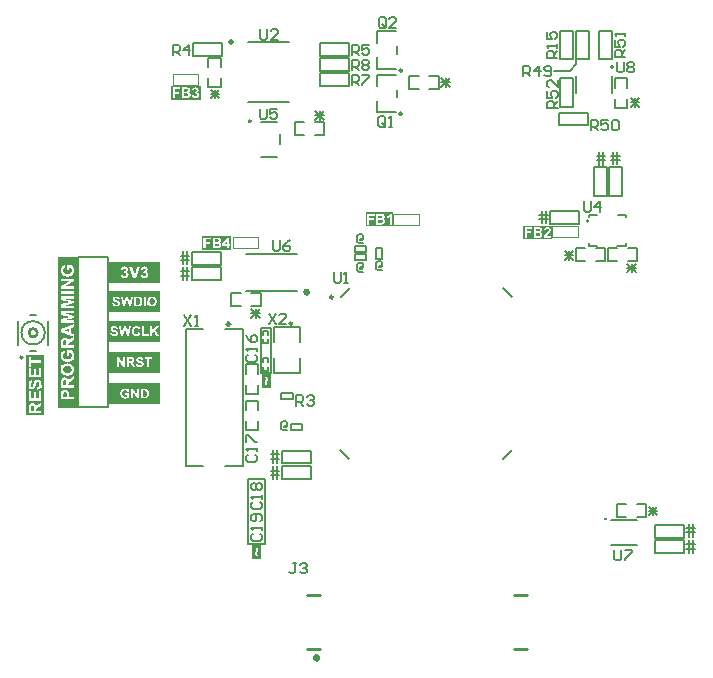
<source format=gto>
G04*
G04 #@! TF.GenerationSoftware,Altium Limited,Altium Designer,22.1.2 (22)*
G04*
G04 Layer_Color=65535*
%FSLAX25Y25*%
%MOIN*%
G70*
G04*
G04 #@! TF.SameCoordinates,4AADA1E1-E747-4A0A-B92B-AFF9719D9D6B*
G04*
G04*
G04 #@! TF.FilePolarity,Positive*
G04*
G01*
G75*
%ADD10C,0.01000*%
%ADD11C,0.00551*%
%ADD12C,0.00500*%
%ADD13C,0.00800*%
%ADD14C,0.00472*%
%ADD15C,0.00787*%
G36*
X-115800Y102953D02*
X-122100D01*
Y153300D01*
X-115800D01*
Y102953D01*
D02*
G37*
G36*
X-87959Y151536D02*
Y144570D01*
X-105200D01*
Y151536D01*
X-87959D01*
D02*
G37*
G36*
Y141836D02*
Y134870D01*
X-105200D01*
Y141836D01*
X-87959D01*
D02*
G37*
G36*
Y114670D02*
X-105200D01*
Y121636D01*
X-87959D01*
Y114670D01*
D02*
G37*
G36*
X-126600Y100600D02*
X-132900D01*
Y120436D01*
X-126600D01*
Y100600D01*
D02*
G37*
G36*
X-87959Y131936D02*
Y124969D01*
X-105200D01*
Y131936D01*
X-87959D01*
D02*
G37*
G36*
X-87959Y104169D02*
X-105200D01*
Y111136D01*
X-87959D01*
Y104169D01*
D02*
G37*
G36*
X-54371Y52505D02*
X-57429D01*
Y57295D01*
X-54371D01*
Y52505D01*
D02*
G37*
G36*
X-51171Y109405D02*
X-54229D01*
Y114195D01*
X-51171D01*
Y109405D01*
D02*
G37*
G36*
X-64272Y155631D02*
X-74100D01*
Y160170D01*
X-64272D01*
Y155631D01*
D02*
G37*
G36*
X-74581Y205607D02*
X-84312D01*
Y210210D01*
X-74581D01*
Y205607D01*
D02*
G37*
G36*
X42642Y159100D02*
X32948D01*
Y163639D01*
X42642D01*
Y159100D01*
D02*
G37*
G36*
X-10354Y163500D02*
X-19500D01*
Y168039D01*
X-10354D01*
Y163500D01*
D02*
G37*
%LPC*%
G36*
X-117435Y150503D02*
X-119102D01*
Y148696D01*
X-118398D01*
Y149654D01*
X-117866D01*
X-117809Y149578D01*
X-117764Y149502D01*
X-117720Y149426D01*
X-117682Y149356D01*
X-117650Y149293D01*
X-117631Y149242D01*
X-117619Y149210D01*
X-117612Y149197D01*
X-117581Y149096D01*
X-117555Y149001D01*
X-117536Y148912D01*
X-117524Y148836D01*
X-117517Y148766D01*
X-117511Y148716D01*
Y148671D01*
X-117517Y148576D01*
X-117530Y148481D01*
X-117543Y148392D01*
X-117568Y148310D01*
X-117625Y148164D01*
X-117695Y148044D01*
X-117726Y147986D01*
X-117764Y147942D01*
X-117796Y147904D01*
X-117822Y147866D01*
X-117847Y147841D01*
X-117866Y147822D01*
X-117872Y147815D01*
X-117878Y147809D01*
X-117955Y147752D01*
X-118037Y147701D01*
X-118120Y147657D01*
X-118208Y147625D01*
X-118398Y147562D01*
X-118576Y147524D01*
X-118665Y147511D01*
X-118741Y147505D01*
X-118810Y147498D01*
X-118874Y147492D01*
X-118925Y147486D01*
X-118963D01*
X-118988D01*
X-118994D01*
X-119121Y147492D01*
X-119235Y147498D01*
X-119349Y147517D01*
X-119451Y147536D01*
X-119540Y147562D01*
X-119628Y147587D01*
X-119704Y147612D01*
X-119774Y147644D01*
X-119838Y147676D01*
X-119888Y147701D01*
X-119933Y147727D01*
X-119971Y147752D01*
X-119996Y147771D01*
X-120015Y147790D01*
X-120028Y147796D01*
X-120034Y147803D01*
X-120097Y147866D01*
X-120155Y147936D01*
X-120199Y148005D01*
X-120237Y148075D01*
X-120300Y148221D01*
X-120345Y148361D01*
X-120370Y148487D01*
X-120377Y148538D01*
X-120383Y148589D01*
X-120389Y148627D01*
Y148678D01*
X-120383Y148804D01*
X-120364Y148925D01*
X-120332Y149026D01*
X-120300Y149115D01*
X-120269Y149185D01*
X-120237Y149235D01*
X-120218Y149267D01*
X-120212Y149280D01*
X-120142Y149362D01*
X-120060Y149432D01*
X-119983Y149489D01*
X-119907Y149533D01*
X-119838Y149572D01*
X-119781Y149591D01*
X-119743Y149603D01*
X-119736Y149609D01*
X-119730D01*
X-119888Y150446D01*
X-119990Y150421D01*
X-120091Y150383D01*
X-120262Y150307D01*
X-120345Y150262D01*
X-120414Y150212D01*
X-120484Y150167D01*
X-120541Y150117D01*
X-120598Y150072D01*
X-120643Y150028D01*
X-120681Y149990D01*
X-120719Y149952D01*
X-120744Y149926D01*
X-120763Y149901D01*
X-120770Y149888D01*
X-120776Y149882D01*
X-120833Y149800D01*
X-120884Y149705D01*
X-120928Y149609D01*
X-120966Y149514D01*
X-121023Y149311D01*
X-121068Y149121D01*
X-121080Y149026D01*
X-121087Y148944D01*
X-121093Y148868D01*
X-121099Y148804D01*
X-121106Y148754D01*
Y148925D01*
Y148678D01*
X-121099Y148462D01*
X-121074Y148272D01*
X-121055Y148183D01*
X-121042Y148101D01*
X-121023Y148024D01*
X-121004Y147955D01*
X-120979Y147898D01*
X-120960Y147841D01*
X-120947Y147796D01*
X-120928Y147752D01*
X-120915Y147720D01*
X-120903Y147701D01*
X-120896Y147688D01*
Y147682D01*
X-120782Y147498D01*
X-120662Y147333D01*
X-120529Y147200D01*
X-120402Y147086D01*
X-120294Y146997D01*
X-120243Y146966D01*
X-120199Y146934D01*
X-120167Y146915D01*
X-120142Y146896D01*
X-120123Y146890D01*
X-120117Y146883D01*
X-119920Y146794D01*
X-119723Y146731D01*
X-119527Y146680D01*
X-119349Y146649D01*
X-119267Y146642D01*
X-119197Y146630D01*
X-119128Y146623D01*
X-119070D01*
X-119026Y146617D01*
X-121106D01*
D01*
X-116794D01*
Y148722D01*
X-116801Y148912D01*
X-116826Y149096D01*
X-116858Y149267D01*
X-116890Y149419D01*
X-116909Y149489D01*
X-116928Y149552D01*
X-116940Y149603D01*
X-116953Y149647D01*
X-116966Y149686D01*
X-116978Y149711D01*
X-116985Y149730D01*
Y149736D01*
X-117061Y149914D01*
X-117137Y150066D01*
X-117213Y150199D01*
X-117283Y150307D01*
X-117346Y150396D01*
X-117390Y150453D01*
X-117422Y150491D01*
X-117435Y150503D01*
D02*
G37*
G36*
X-116870Y145875D02*
X-121036D01*
Y145095D01*
X-118240D01*
X-121036Y143377D01*
Y142566D01*
X-116870D01*
Y145875D01*
D02*
G37*
G36*
Y141767D02*
X-121036D01*
Y140924D01*
X-116870D01*
Y141767D01*
D02*
G37*
G36*
Y140112D02*
X-121036D01*
Y136093D01*
X-116870D01*
Y140112D01*
D02*
G37*
G36*
Y135268D02*
X-121036D01*
Y131249D01*
X-116870D01*
Y135268D01*
D02*
G37*
G36*
Y130818D02*
D01*
X-121036Y129144D01*
Y128256D01*
X-116870Y126640D01*
X-121036D01*
D01*
X-116870D01*
Y130818D01*
D02*
G37*
G36*
Y126595D02*
D01*
X-117682Y126088D01*
X-117771Y126031D01*
X-117847Y125980D01*
X-117923Y125936D01*
X-117993Y125885D01*
X-118107Y125809D01*
X-118202Y125739D01*
X-118272Y125682D01*
X-118316Y125644D01*
X-118348Y125619D01*
X-118354Y125613D01*
X-118424Y125543D01*
X-118487Y125467D01*
X-118551Y125391D01*
X-118601Y125321D01*
X-118646Y125258D01*
X-118677Y125207D01*
X-118696Y125175D01*
X-118703Y125169D01*
Y125162D01*
X-118722Y125264D01*
X-118741Y125353D01*
X-118766Y125441D01*
X-118798Y125517D01*
X-118830Y125594D01*
X-118861Y125663D01*
X-118893Y125720D01*
X-118925Y125777D01*
X-118956Y125822D01*
X-118988Y125866D01*
X-119020Y125898D01*
X-119039Y125930D01*
X-119064Y125949D01*
X-119077Y125968D01*
X-119083Y125980D01*
X-119089D01*
X-119147Y126031D01*
X-119210Y126075D01*
X-119337Y126139D01*
X-119470Y126189D01*
X-119590Y126228D01*
X-119698Y126247D01*
X-119743Y126253D01*
X-119787D01*
X-119819Y126259D01*
X-119844D01*
X-119857D01*
X-119863D01*
X-119996Y126253D01*
X-120123Y126234D01*
X-120231Y126202D01*
X-120326Y126171D01*
X-120408Y126133D01*
X-120465Y126107D01*
X-120503Y126082D01*
X-120516Y126075D01*
X-120617Y125999D01*
X-120700Y125923D01*
X-120770Y125841D01*
X-120827Y125765D01*
X-120871Y125695D01*
X-120903Y125638D01*
X-120915Y125600D01*
X-120922Y125594D01*
Y125587D01*
X-120941Y125530D01*
X-120960Y125460D01*
X-120985Y125308D01*
X-121010Y125150D01*
X-121023Y124991D01*
X-121029Y124922D01*
Y124788D01*
X-121036Y124731D01*
Y122867D01*
X-116870D01*
Y126595D01*
D02*
G37*
G36*
X-117435Y122088D02*
X-119102D01*
Y120281D01*
X-118398D01*
Y121238D01*
X-117866D01*
X-117809Y121162D01*
X-117764Y121086D01*
X-117720Y121010D01*
X-117682Y120940D01*
X-117650Y120877D01*
X-117631Y120826D01*
X-117619Y120794D01*
X-117612Y120782D01*
X-117581Y120680D01*
X-117555Y120585D01*
X-117536Y120496D01*
X-117524Y120420D01*
X-117517Y120350D01*
X-117511Y120300D01*
Y120255D01*
X-117517Y120160D01*
X-117530Y120065D01*
X-117543Y119976D01*
X-117568Y119894D01*
X-117625Y119748D01*
X-117695Y119628D01*
X-117726Y119571D01*
X-117764Y119526D01*
X-117796Y119488D01*
X-117822Y119450D01*
X-117847Y119425D01*
X-117866Y119406D01*
X-117872Y119399D01*
X-117878Y119393D01*
X-117955Y119336D01*
X-118037Y119285D01*
X-118120Y119241D01*
X-118208Y119209D01*
X-118398Y119146D01*
X-118576Y119108D01*
X-118665Y119095D01*
X-118741Y119089D01*
X-118810Y119082D01*
X-118874Y119076D01*
X-118925Y119070D01*
X-118963D01*
X-118988D01*
X-118994D01*
X-119121Y119076D01*
X-119235Y119082D01*
X-119349Y119101D01*
X-119451Y119120D01*
X-119540Y119146D01*
X-119628Y119171D01*
X-119704Y119196D01*
X-119774Y119228D01*
X-119838Y119260D01*
X-119888Y119285D01*
X-119933Y119311D01*
X-119971Y119336D01*
X-119996Y119355D01*
X-120015Y119374D01*
X-120028Y119380D01*
X-120034Y119387D01*
X-120097Y119450D01*
X-120155Y119520D01*
X-120199Y119590D01*
X-120237Y119659D01*
X-120300Y119805D01*
X-120345Y119945D01*
X-120370Y120071D01*
X-120377Y120122D01*
X-120383Y120173D01*
X-120389Y120211D01*
Y120262D01*
X-120383Y120388D01*
X-120364Y120509D01*
X-120332Y120610D01*
X-120300Y120699D01*
X-120269Y120769D01*
X-120237Y120820D01*
X-120218Y120851D01*
X-120212Y120864D01*
X-120142Y120946D01*
X-120060Y121016D01*
X-119983Y121073D01*
X-119907Y121117D01*
X-119838Y121156D01*
X-119781Y121175D01*
X-119743Y121187D01*
X-119736Y121194D01*
X-119730D01*
X-119888Y122030D01*
X-119990Y122005D01*
X-120091Y121967D01*
X-120262Y121891D01*
X-120345Y121847D01*
X-120414Y121796D01*
X-120484Y121751D01*
X-120541Y121701D01*
X-120598Y121656D01*
X-120643Y121612D01*
X-120681Y121574D01*
X-120719Y121536D01*
X-120744Y121511D01*
X-120763Y121485D01*
X-120770Y121473D01*
X-120776Y121466D01*
X-120833Y121384D01*
X-120884Y121289D01*
X-120928Y121194D01*
X-120966Y121098D01*
X-121023Y120896D01*
X-121068Y120705D01*
X-121080Y120610D01*
X-121087Y120528D01*
X-121093Y120452D01*
X-121099Y120388D01*
X-121106Y120338D01*
Y122088D01*
D01*
Y118201D01*
X-116794D01*
Y118404D01*
Y118201D01*
X-118963D01*
X-118741Y118214D01*
X-118532Y118239D01*
X-118348Y118277D01*
X-118259Y118296D01*
X-118176Y118322D01*
X-118107Y118347D01*
X-118043Y118366D01*
X-117986Y118385D01*
X-117936Y118404D01*
X-117898Y118423D01*
X-117872Y118429D01*
X-117853Y118442D01*
X-117847D01*
X-117669Y118544D01*
X-117511Y118658D01*
X-117378Y118778D01*
X-117270Y118892D01*
X-117181Y119000D01*
X-117143Y119044D01*
X-117118Y119089D01*
X-117099Y119120D01*
X-117080Y119146D01*
X-117073Y119158D01*
X-117067Y119165D01*
X-117016Y119260D01*
X-116978Y119355D01*
X-116909Y119552D01*
X-116864Y119742D01*
X-116826Y119919D01*
X-116820Y120002D01*
X-116807Y120071D01*
X-116801Y120141D01*
Y120198D01*
X-116794Y120243D01*
Y118404D01*
Y120243D01*
Y120306D01*
X-116801Y120496D01*
X-116826Y120680D01*
X-116858Y120851D01*
X-116890Y121003D01*
X-116909Y121073D01*
X-116928Y121137D01*
X-116940Y121187D01*
X-116953Y121232D01*
X-116966Y121270D01*
X-116978Y121295D01*
X-116985Y121314D01*
Y121320D01*
X-117061Y121498D01*
X-117137Y121650D01*
X-117213Y121783D01*
X-117283Y121891D01*
X-117346Y121980D01*
X-117390Y122037D01*
X-117422Y122075D01*
X-117435Y122088D01*
D02*
G37*
G36*
X-118899Y117688D02*
X-118944D01*
X-119128Y117681D01*
X-119305Y117662D01*
X-119470Y117637D01*
X-119622Y117599D01*
X-119762Y117561D01*
X-119888Y117516D01*
X-120009Y117466D01*
X-120117Y117415D01*
X-120212Y117358D01*
X-120294Y117314D01*
X-120364Y117263D01*
X-120421Y117225D01*
X-120472Y117187D01*
X-120503Y117161D01*
X-120522Y117142D01*
X-120529Y117136D01*
X-120630Y117028D01*
X-120719Y116914D01*
X-120795Y116794D01*
X-120865Y116673D01*
X-120915Y116553D01*
X-120966Y116426D01*
X-121004Y116312D01*
X-121036Y116191D01*
X-121055Y116084D01*
X-121074Y115982D01*
X-121087Y115893D01*
X-121099Y115817D01*
Y115754D01*
X-121106Y115703D01*
Y117688D01*
D01*
Y113655D01*
X-116794D01*
D01*
X-118918D01*
X-118734Y113662D01*
X-118563Y113681D01*
X-118405Y113706D01*
X-118253Y113738D01*
X-118113Y113782D01*
X-117986Y113827D01*
X-117872Y113877D01*
X-117764Y113928D01*
X-117669Y113979D01*
X-117587Y114029D01*
X-117517Y114074D01*
X-117460Y114118D01*
X-117416Y114150D01*
X-117384Y114175D01*
X-117365Y114194D01*
X-117359Y114201D01*
X-117257Y114308D01*
X-117175Y114423D01*
X-117099Y114537D01*
X-117035Y114663D01*
X-116978Y114784D01*
X-116934Y114904D01*
X-116896Y115025D01*
X-116864Y115139D01*
X-116839Y115247D01*
X-116826Y115348D01*
X-116813Y115443D01*
X-116801Y115519D01*
Y115583D01*
X-116794Y115633D01*
Y115672D01*
X-116801Y115843D01*
X-116820Y116001D01*
X-116845Y116147D01*
X-116883Y116286D01*
X-116928Y116420D01*
X-116972Y116540D01*
X-117023Y116648D01*
X-117080Y116749D01*
X-117130Y116838D01*
X-117181Y116914D01*
X-117226Y116984D01*
X-117270Y117035D01*
X-117308Y117079D01*
X-117333Y117111D01*
X-117352Y117130D01*
X-117359Y117136D01*
X-117473Y117231D01*
X-117593Y117320D01*
X-117720Y117390D01*
X-117847Y117453D01*
X-117980Y117510D01*
X-118113Y117554D01*
X-118240Y117593D01*
X-118367Y117618D01*
X-118481Y117643D01*
X-118595Y117656D01*
X-118690Y117669D01*
X-118779Y117681D01*
X-118849D01*
X-118899Y117688D01*
D02*
G37*
G36*
X-116870Y113357D02*
D01*
X-117682Y112850D01*
X-117771Y112793D01*
X-117847Y112742D01*
X-117923Y112698D01*
X-117993Y112647D01*
X-118107Y112571D01*
X-118202Y112502D01*
X-118272Y112444D01*
X-118316Y112406D01*
X-118348Y112381D01*
X-118354Y112375D01*
X-118424Y112305D01*
X-118487Y112229D01*
X-118551Y112153D01*
X-118601Y112083D01*
X-118646Y112020D01*
X-118677Y111969D01*
X-118696Y111937D01*
X-118703Y111931D01*
Y111925D01*
X-118722Y112026D01*
X-118741Y112115D01*
X-118766Y112204D01*
X-118798Y112280D01*
X-118830Y112356D01*
X-118861Y112425D01*
X-118893Y112482D01*
X-118925Y112540D01*
X-118956Y112584D01*
X-118988Y112628D01*
X-119020Y112660D01*
X-119039Y112692D01*
X-119064Y112711D01*
X-119077Y112730D01*
X-119083Y112742D01*
X-119089D01*
X-119147Y112793D01*
X-119210Y112838D01*
X-119337Y112901D01*
X-119470Y112952D01*
X-119590Y112990D01*
X-119698Y113009D01*
X-119743Y113015D01*
X-119787D01*
X-119819Y113021D01*
X-119844D01*
X-119857D01*
X-119863D01*
X-119996Y113015D01*
X-120123Y112996D01*
X-120231Y112964D01*
X-120326Y112933D01*
X-120408Y112895D01*
X-120465Y112869D01*
X-120503Y112844D01*
X-120516Y112838D01*
X-120617Y112761D01*
X-120700Y112685D01*
X-120770Y112603D01*
X-120827Y112527D01*
X-120871Y112457D01*
X-120903Y112400D01*
X-120915Y112362D01*
X-120922Y112356D01*
Y112349D01*
X-120941Y112292D01*
X-120960Y112223D01*
X-120985Y112070D01*
X-121010Y111912D01*
X-121023Y111753D01*
X-121029Y111684D01*
Y111550D01*
X-121036Y111493D01*
Y109629D01*
X-116870D01*
Y110473D01*
X-118608D01*
Y110739D01*
X-118601Y110828D01*
X-118595Y110898D01*
X-118582Y110954D01*
X-118576Y110999D01*
X-118563Y111031D01*
X-118557Y111050D01*
Y111056D01*
X-118538Y111107D01*
X-118512Y111151D01*
X-118456Y111233D01*
X-118430Y111265D01*
X-118405Y111291D01*
X-118392Y111303D01*
X-118386Y111310D01*
X-118360Y111335D01*
X-118322Y111360D01*
X-118234Y111430D01*
X-118139Y111506D01*
X-118031Y111576D01*
X-117929Y111646D01*
X-117891Y111677D01*
X-117847Y111703D01*
X-117815Y111722D01*
X-117790Y111741D01*
X-117777Y111747D01*
X-117771Y111753D01*
X-116870Y112349D01*
Y113357D01*
D02*
G37*
G36*
X-119685Y108938D02*
X-119749D01*
X-119926Y108926D01*
X-120085Y108900D01*
X-120224Y108862D01*
X-120345Y108818D01*
X-120434Y108767D01*
X-120472Y108748D01*
X-120503Y108729D01*
X-120529Y108716D01*
X-120548Y108704D01*
X-120554Y108691D01*
X-120560D01*
X-120668Y108596D01*
X-120757Y108495D01*
X-120833Y108399D01*
X-120884Y108304D01*
X-120928Y108222D01*
X-120953Y108152D01*
X-120960Y108127D01*
X-120966Y108114D01*
X-120973Y108101D01*
Y108095D01*
X-120985Y108045D01*
X-120992Y107987D01*
X-121004Y107918D01*
X-121010Y107842D01*
X-121023Y107677D01*
X-121029Y107506D01*
Y107423D01*
X-121036Y107347D01*
Y108938D01*
Y105749D01*
X-116870D01*
Y106593D01*
X-118443D01*
Y107341D01*
X-118449Y107430D01*
Y107512D01*
X-118456Y107594D01*
X-118462Y107664D01*
X-118468Y107727D01*
X-118474Y107784D01*
Y107835D01*
X-118481Y107880D01*
X-118487Y107918D01*
X-118493Y107949D01*
Y107975D01*
X-118500Y107994D01*
Y108006D01*
X-118525Y108089D01*
X-118551Y108171D01*
X-118582Y108241D01*
X-118620Y108311D01*
X-118646Y108361D01*
X-118671Y108406D01*
X-118690Y108438D01*
X-118696Y108444D01*
X-118760Y108520D01*
X-118823Y108590D01*
X-118893Y108653D01*
X-118963Y108704D01*
X-119020Y108742D01*
X-119064Y108774D01*
X-119096Y108793D01*
X-119108Y108799D01*
X-119210Y108843D01*
X-119318Y108881D01*
X-119425Y108907D01*
X-119527Y108919D01*
X-119616Y108932D01*
X-119685Y108938D01*
D02*
G37*
%LPD*%
G36*
X-116794Y146617D02*
X-118963D01*
X-118741Y146630D01*
X-118532Y146655D01*
X-118348Y146693D01*
X-118259Y146712D01*
X-118176Y146738D01*
X-118107Y146763D01*
X-118043Y146782D01*
X-117986Y146801D01*
X-117936Y146820D01*
X-117898Y146839D01*
X-117872Y146845D01*
X-117853Y146858D01*
X-117847D01*
X-117669Y146959D01*
X-117511Y147073D01*
X-117378Y147194D01*
X-117270Y147308D01*
X-117181Y147416D01*
X-117143Y147460D01*
X-117118Y147505D01*
X-117099Y147536D01*
X-117080Y147562D01*
X-117073Y147574D01*
X-117067Y147581D01*
X-117016Y147676D01*
X-116978Y147771D01*
X-116909Y147967D01*
X-116864Y148158D01*
X-116826Y148335D01*
X-116820Y148418D01*
X-116807Y148487D01*
X-116801Y148557D01*
Y148614D01*
X-116794Y148659D01*
Y146617D01*
D02*
G37*
G36*
X-116870Y143346D02*
X-119603D01*
X-116870Y145032D01*
Y143346D01*
D02*
G37*
G36*
Y138502D02*
X-120148Y139326D01*
X-116870Y139332D01*
Y138502D01*
D02*
G37*
G36*
X-118189Y138102D02*
X-121036Y137348D01*
Y138844D01*
X-118189Y138102D01*
D02*
G37*
G36*
X-116870Y136872D02*
X-120148D01*
X-116870Y137697D01*
Y136872D01*
D02*
G37*
G36*
Y133658D02*
X-120148Y134482D01*
X-116870Y134489D01*
Y133658D01*
D02*
G37*
G36*
X-118189Y133259D02*
X-121036Y132504D01*
Y134000D01*
X-118189Y133259D01*
D02*
G37*
G36*
X-116870Y132029D02*
X-120148D01*
X-116870Y132853D01*
Y132029D01*
D02*
G37*
G36*
X-118519Y128130D02*
X-120066Y128694D01*
X-118519Y129277D01*
Y128130D01*
D02*
G37*
G36*
X-116870Y127527D02*
X-117815Y127870D01*
Y129550D01*
X-116870Y129905D01*
Y127527D01*
D02*
G37*
G36*
Y123711D02*
X-118608D01*
Y123977D01*
X-118601Y124066D01*
X-118595Y124135D01*
X-118582Y124192D01*
X-118576Y124237D01*
X-118563Y124268D01*
X-118557Y124287D01*
Y124294D01*
X-118538Y124345D01*
X-118512Y124389D01*
X-118456Y124471D01*
X-118430Y124503D01*
X-118405Y124528D01*
X-118392Y124541D01*
X-118386Y124548D01*
X-118360Y124573D01*
X-118322Y124598D01*
X-118234Y124668D01*
X-118139Y124744D01*
X-118031Y124814D01*
X-117929Y124883D01*
X-117891Y124915D01*
X-117847Y124941D01*
X-117815Y124960D01*
X-117790Y124979D01*
X-117777Y124985D01*
X-117771Y124991D01*
X-116870Y125587D01*
Y123711D01*
D02*
G37*
G36*
X-119743Y125384D02*
X-119685Y125378D01*
X-119628Y125365D01*
X-119584Y125346D01*
X-119546Y125327D01*
X-119521Y125315D01*
X-119502Y125308D01*
X-119495Y125302D01*
X-119451Y125270D01*
X-119419Y125232D01*
X-119362Y125156D01*
X-119349Y125118D01*
X-119337Y125093D01*
X-119324Y125074D01*
Y125067D01*
X-119318Y125036D01*
X-119305Y124991D01*
X-119299Y124947D01*
X-119292Y124890D01*
X-119286Y124769D01*
X-119280Y124643D01*
X-119273Y124522D01*
Y123711D01*
X-120332D01*
Y124668D01*
X-120326Y124725D01*
Y124852D01*
X-120319Y124909D01*
Y124941D01*
X-120313Y124960D01*
Y124966D01*
X-120294Y125036D01*
X-120275Y125099D01*
X-120250Y125150D01*
X-120218Y125194D01*
X-120193Y125232D01*
X-120167Y125258D01*
X-120155Y125270D01*
X-120148Y125277D01*
X-120097Y125315D01*
X-120041Y125340D01*
X-119983Y125365D01*
X-119933Y125378D01*
X-119888Y125384D01*
X-119850Y125391D01*
X-119819D01*
X-119812D01*
X-119743Y125384D01*
D02*
G37*
G36*
X-121099Y120046D02*
X-121074Y119856D01*
X-121055Y119767D01*
X-121042Y119685D01*
X-121023Y119609D01*
X-121004Y119539D01*
X-120979Y119482D01*
X-120960Y119425D01*
X-120947Y119380D01*
X-120928Y119336D01*
X-120915Y119304D01*
X-120903Y119285D01*
X-120896Y119273D01*
Y119266D01*
X-120782Y119082D01*
X-120662Y118918D01*
X-120529Y118784D01*
X-120402Y118670D01*
X-120294Y118581D01*
X-120243Y118550D01*
X-120199Y118518D01*
X-120167Y118499D01*
X-120142Y118480D01*
X-120123Y118474D01*
X-120117Y118467D01*
X-119920Y118379D01*
X-119723Y118315D01*
X-119527Y118264D01*
X-119349Y118233D01*
X-119267Y118227D01*
X-119197Y118214D01*
X-119128Y118208D01*
X-119070D01*
X-119026Y118201D01*
X-121106D01*
Y120262D01*
X-121099Y120046D01*
D02*
G37*
G36*
X-118830Y116813D02*
X-118709Y116806D01*
X-118589Y116787D01*
X-118487Y116768D01*
X-118386Y116743D01*
X-118297Y116718D01*
X-118215Y116686D01*
X-118145Y116660D01*
X-118081Y116629D01*
X-118024Y116597D01*
X-117980Y116572D01*
X-117942Y116546D01*
X-117910Y116527D01*
X-117891Y116508D01*
X-117878Y116502D01*
X-117872Y116496D01*
X-117809Y116432D01*
X-117752Y116369D01*
X-117707Y116299D01*
X-117663Y116229D01*
X-117631Y116160D01*
X-117600Y116090D01*
X-117555Y115963D01*
X-117530Y115849D01*
X-117524Y115798D01*
X-117517Y115754D01*
X-117511Y115722D01*
Y115672D01*
X-117517Y115583D01*
X-117524Y115494D01*
X-117543Y115411D01*
X-117568Y115329D01*
X-117625Y115190D01*
X-117695Y115069D01*
X-117758Y114974D01*
X-117790Y114936D01*
X-117815Y114904D01*
X-117841Y114879D01*
X-117859Y114860D01*
X-117866Y114854D01*
X-117872Y114847D01*
X-117942Y114790D01*
X-118024Y114740D01*
X-118107Y114695D01*
X-118195Y114663D01*
X-118373Y114600D01*
X-118551Y114562D01*
X-118633Y114549D01*
X-118709Y114543D01*
X-118772Y114537D01*
X-118836Y114530D01*
X-118880Y114524D01*
X-118918D01*
X-118944D01*
X-118950D01*
X-119083Y114530D01*
X-119204Y114537D01*
X-119318Y114556D01*
X-119425Y114575D01*
X-119521Y114594D01*
X-119609Y114625D01*
X-119692Y114651D01*
X-119762Y114682D01*
X-119825Y114708D01*
X-119876Y114740D01*
X-119926Y114765D01*
X-119964Y114784D01*
X-119990Y114809D01*
X-120009Y114822D01*
X-120021Y114828D01*
X-120028Y114835D01*
X-120091Y114898D01*
X-120148Y114961D01*
X-120193Y115031D01*
X-120237Y115101D01*
X-120275Y115171D01*
X-120300Y115240D01*
X-120345Y115374D01*
X-120370Y115488D01*
X-120377Y115538D01*
X-120383Y115583D01*
X-120389Y115621D01*
Y115672D01*
X-120383Y115767D01*
X-120377Y115855D01*
X-120332Y116020D01*
X-120275Y116166D01*
X-120212Y116280D01*
X-120180Y116331D01*
X-120148Y116375D01*
X-120117Y116413D01*
X-120091Y116445D01*
X-120066Y116470D01*
X-120047Y116489D01*
X-120041Y116496D01*
X-120034Y116502D01*
X-119964Y116559D01*
X-119888Y116610D01*
X-119806Y116648D01*
X-119717Y116686D01*
X-119540Y116743D01*
X-119368Y116781D01*
X-119286Y116794D01*
X-119210Y116800D01*
X-119140Y116813D01*
X-119083D01*
X-119032Y116819D01*
X-118994D01*
X-118969D01*
X-118963D01*
X-118830Y116813D01*
D02*
G37*
G36*
X-121099Y115481D02*
X-121080Y115310D01*
X-121048Y115158D01*
X-121023Y115025D01*
X-121004Y114968D01*
X-120992Y114917D01*
X-120973Y114873D01*
X-120960Y114835D01*
X-120953Y114803D01*
X-120941Y114784D01*
X-120934Y114771D01*
Y114765D01*
X-120884Y114657D01*
X-120827Y114556D01*
X-120763Y114467D01*
X-120700Y114384D01*
X-120649Y114321D01*
X-120605Y114270D01*
X-120573Y114239D01*
X-120560Y114226D01*
X-120465Y114144D01*
X-120364Y114061D01*
X-120269Y113998D01*
X-120180Y113941D01*
X-120104Y113896D01*
X-120041Y113865D01*
X-120002Y113846D01*
X-119996Y113839D01*
X-119990D01*
X-119819Y113776D01*
X-119641Y113731D01*
X-119464Y113700D01*
X-119292Y113681D01*
X-119216Y113668D01*
X-119147D01*
X-119083Y113662D01*
X-119026Y113655D01*
X-121106D01*
Y115665D01*
X-121099Y115481D01*
D02*
G37*
G36*
X-119743Y112146D02*
X-119685Y112140D01*
X-119628Y112127D01*
X-119584Y112108D01*
X-119546Y112089D01*
X-119521Y112077D01*
X-119502Y112070D01*
X-119495Y112064D01*
X-119451Y112032D01*
X-119419Y111994D01*
X-119362Y111918D01*
X-119349Y111880D01*
X-119337Y111855D01*
X-119324Y111836D01*
Y111829D01*
X-119318Y111798D01*
X-119305Y111753D01*
X-119299Y111709D01*
X-119292Y111652D01*
X-119286Y111531D01*
X-119280Y111405D01*
X-119273Y111284D01*
Y110473D01*
X-120332D01*
Y111430D01*
X-120326Y111487D01*
Y111614D01*
X-120319Y111671D01*
Y111703D01*
X-120313Y111722D01*
Y111728D01*
X-120294Y111798D01*
X-120275Y111861D01*
X-120250Y111912D01*
X-120218Y111956D01*
X-120193Y111994D01*
X-120167Y112020D01*
X-120155Y112032D01*
X-120148Y112039D01*
X-120097Y112077D01*
X-120041Y112102D01*
X-119983Y112127D01*
X-119933Y112140D01*
X-119888Y112146D01*
X-119850Y112153D01*
X-119819D01*
X-119812D01*
X-119743Y112146D01*
D02*
G37*
G36*
X-119673Y108063D02*
X-119609Y108057D01*
X-119552Y108038D01*
X-119508Y108025D01*
X-119470Y108006D01*
X-119438Y107987D01*
X-119419Y107981D01*
X-119413Y107975D01*
X-119362Y107937D01*
X-119324Y107892D01*
X-119286Y107848D01*
X-119261Y107803D01*
X-119235Y107765D01*
X-119223Y107734D01*
X-119216Y107715D01*
X-119210Y107708D01*
X-119197Y107677D01*
X-119191Y107632D01*
X-119172Y107537D01*
X-119159Y107430D01*
X-119153Y107315D01*
Y107214D01*
X-119147Y107169D01*
Y106593D01*
X-120332D01*
Y107220D01*
X-120326Y107277D01*
X-120319Y107385D01*
Y107467D01*
X-120313Y107525D01*
X-120307Y107563D01*
X-120300Y107588D01*
Y107594D01*
X-120281Y107670D01*
X-120256Y107734D01*
X-120224Y107797D01*
X-120193Y107842D01*
X-120161Y107886D01*
X-120136Y107911D01*
X-120117Y107930D01*
X-120110Y107937D01*
X-120053Y107981D01*
X-119990Y108013D01*
X-119926Y108038D01*
X-119869Y108051D01*
X-119819Y108063D01*
X-119774Y108070D01*
X-119749D01*
X-119736D01*
X-119673Y108063D01*
D02*
G37*
%LPC*%
G36*
X-94775Y150004D02*
X-95606D01*
X-96542Y147161D01*
X-97519Y150004D01*
X-98355D01*
X-96980Y146160D01*
X-98355D01*
X-94775D01*
D01*
X-96144D01*
X-94775Y150004D01*
D02*
G37*
G36*
X-93283Y150015D02*
X-93336D01*
X-93453Y150010D01*
X-93564Y149998D01*
X-93658Y149975D01*
X-93745Y149957D01*
X-93815Y149934D01*
X-93868Y149910D01*
X-93903Y149899D01*
X-93909Y149893D01*
X-93915D01*
X-94003Y149846D01*
X-94085Y149793D01*
X-94149Y149741D01*
X-94208Y149688D01*
X-94254Y149635D01*
X-94284Y149600D01*
X-94307Y149577D01*
X-94313Y149565D01*
X-94360Y149483D01*
X-94406Y149390D01*
X-94441Y149296D01*
X-94471Y149208D01*
X-94494Y149126D01*
X-94512Y149062D01*
X-94518Y149039D01*
Y149021D01*
X-94523Y149009D01*
Y149003D01*
X-93845Y148892D01*
X-93833Y148980D01*
X-93810Y149056D01*
X-93786Y149120D01*
X-93757Y149179D01*
X-93728Y149220D01*
X-93710Y149249D01*
X-93693Y149267D01*
X-93687Y149273D01*
X-93634Y149319D01*
X-93576Y149349D01*
X-93523Y149372D01*
X-93470Y149390D01*
X-93424Y149401D01*
X-93388Y149407D01*
X-93359D01*
X-93289Y149401D01*
X-93225Y149390D01*
X-93172Y149372D01*
X-93125Y149349D01*
X-93090Y149325D01*
X-93067Y149308D01*
X-93049Y149296D01*
X-93043Y149290D01*
X-93002Y149243D01*
X-92973Y149191D01*
X-92956Y149138D01*
X-92938Y149091D01*
X-92932Y149050D01*
X-92926Y149015D01*
Y148986D01*
Y148980D01*
X-92932Y148898D01*
X-92950Y148828D01*
X-92979Y148764D01*
X-93008Y148711D01*
X-93037Y148670D01*
X-93067Y148635D01*
X-93084Y148617D01*
X-93090Y148611D01*
X-93155Y148571D01*
X-93231Y148535D01*
X-93307Y148512D01*
X-93377Y148500D01*
X-93441Y148495D01*
X-93500Y148489D01*
X-93546D01*
X-93628Y147892D01*
X-93558Y147909D01*
X-93494Y147927D01*
X-93435Y147939D01*
X-93388Y147945D01*
X-93348Y147950D01*
X-93295D01*
X-93219Y147945D01*
X-93149Y147927D01*
X-93084Y147898D01*
X-93032Y147869D01*
X-92985Y147839D01*
X-92956Y147810D01*
X-92932Y147792D01*
X-92926Y147787D01*
X-92874Y147722D01*
X-92839Y147646D01*
X-92809Y147576D01*
X-92792Y147506D01*
X-92780Y147441D01*
X-92774Y147389D01*
Y147354D01*
Y147348D01*
Y147342D01*
X-92780Y147237D01*
X-92798Y147143D01*
X-92827Y147061D01*
X-92850Y146991D01*
X-92879Y146938D01*
X-92909Y146903D01*
X-92926Y146874D01*
X-92932Y146868D01*
X-92997Y146810D01*
X-93061Y146769D01*
X-93125Y146739D01*
X-93184Y146722D01*
X-93236Y146710D01*
X-93277Y146698D01*
X-93318D01*
X-93394Y146704D01*
X-93464Y146722D01*
X-93523Y146745D01*
X-93576Y146769D01*
X-93622Y146792D01*
X-93652Y146816D01*
X-93675Y146833D01*
X-93681Y146839D01*
X-93734Y146897D01*
X-93775Y146968D01*
X-93804Y147038D01*
X-93827Y147102D01*
X-93845Y147167D01*
X-93857Y147213D01*
X-93862Y147248D01*
Y147254D01*
Y147260D01*
X-94576Y147172D01*
X-94564Y147085D01*
X-94547Y146997D01*
X-94494Y146845D01*
X-94430Y146710D01*
X-94360Y146599D01*
X-94324Y146552D01*
X-94295Y146511D01*
X-94266Y146470D01*
X-94237Y146441D01*
X-94213Y146418D01*
X-94196Y146400D01*
X-94190Y146394D01*
X-94184Y146388D01*
X-94120Y146336D01*
X-94050Y146289D01*
X-93973Y146248D01*
X-93903Y146219D01*
X-93757Y146160D01*
X-93617Y146125D01*
X-93558Y146114D01*
X-93500Y146108D01*
X-93447Y146102D01*
X-93400Y146096D01*
X-93365Y146090D01*
X-94576D01*
D01*
X-92020D01*
D01*
X-93313D01*
X-93213Y146096D01*
X-93113Y146108D01*
X-93026Y146125D01*
X-92938Y146149D01*
X-92856Y146172D01*
X-92780Y146201D01*
X-92710Y146236D01*
X-92646Y146272D01*
X-92587Y146301D01*
X-92540Y146336D01*
X-92493Y146365D01*
X-92458Y146394D01*
X-92429Y146412D01*
X-92412Y146429D01*
X-92400Y146441D01*
X-92394Y146447D01*
X-92330Y146517D01*
X-92271Y146587D01*
X-92219Y146658D01*
X-92177Y146734D01*
X-92142Y146804D01*
X-92113Y146874D01*
X-92066Y147009D01*
X-92049Y147073D01*
X-92037Y147131D01*
X-92031Y147178D01*
X-92026Y147225D01*
X-92020Y147260D01*
Y147307D01*
X-92026Y147436D01*
X-92049Y147547D01*
X-92084Y147652D01*
X-92119Y147740D01*
X-92154Y147810D01*
X-92189Y147863D01*
X-92213Y147892D01*
X-92219Y147904D01*
X-92300Y147985D01*
X-92382Y148056D01*
X-92470Y148114D01*
X-92558Y148155D01*
X-92628Y148184D01*
X-92692Y148208D01*
X-92716Y148214D01*
X-92727D01*
X-92739Y148220D01*
X-92745D01*
X-92646Y148278D01*
X-92564Y148342D01*
X-92488Y148407D01*
X-92423Y148477D01*
X-92371Y148541D01*
X-92324Y148611D01*
X-92289Y148676D01*
X-92260Y148740D01*
X-92236Y148799D01*
X-92219Y148851D01*
X-92207Y148898D01*
X-92195Y148945D01*
Y148980D01*
X-92189Y149003D01*
Y149021D01*
Y149027D01*
Y149091D01*
X-92201Y149155D01*
X-92230Y149278D01*
X-92277Y149384D01*
X-92324Y149477D01*
X-92376Y149559D01*
X-92423Y149618D01*
X-92441Y149635D01*
X-92453Y149653D01*
X-92458Y149659D01*
X-92464Y149664D01*
X-92528Y149729D01*
X-92593Y149782D01*
X-92669Y149828D01*
X-92739Y149869D01*
X-92809Y149904D01*
X-92885Y149928D01*
X-93020Y149975D01*
X-93084Y149986D01*
X-93149Y149998D01*
X-93201Y150004D01*
X-93248Y150010D01*
X-93283Y150015D01*
D02*
G37*
G36*
X-99847D02*
X-99900D01*
X-100016Y150010D01*
X-100128Y149998D01*
X-100221Y149975D01*
X-100309Y149957D01*
X-100379Y149934D01*
X-100432Y149910D01*
X-100467Y149899D01*
X-100473Y149893D01*
X-100479D01*
X-100566Y149846D01*
X-100648Y149793D01*
X-100713Y149741D01*
X-100771Y149688D01*
X-100818Y149635D01*
X-100847Y149600D01*
X-100871Y149577D01*
X-100876Y149565D01*
X-100923Y149483D01*
X-100970Y149390D01*
X-101005Y149296D01*
X-101034Y149208D01*
X-101058Y149126D01*
X-101075Y149062D01*
X-101081Y149039D01*
Y149021D01*
X-101087Y149009D01*
Y149003D01*
X-100408Y148892D01*
X-100397Y148980D01*
X-100373Y149056D01*
X-100350Y149120D01*
X-100321Y149179D01*
X-100292Y149220D01*
X-100274Y149249D01*
X-100256Y149267D01*
X-100250Y149273D01*
X-100198Y149319D01*
X-100139Y149349D01*
X-100087Y149372D01*
X-100034Y149390D01*
X-99987Y149401D01*
X-99952Y149407D01*
X-99923D01*
X-99853Y149401D01*
X-99788Y149390D01*
X-99736Y149372D01*
X-99689Y149349D01*
X-99654Y149325D01*
X-99630Y149308D01*
X-99613Y149296D01*
X-99607Y149290D01*
X-99566Y149243D01*
X-99537Y149191D01*
X-99519Y149138D01*
X-99502Y149091D01*
X-99496Y149050D01*
X-99490Y149015D01*
Y148986D01*
Y148980D01*
X-99496Y148898D01*
X-99514Y148828D01*
X-99543Y148764D01*
X-99572Y148711D01*
X-99601Y148670D01*
X-99630Y148635D01*
X-99648Y148617D01*
X-99654Y148611D01*
X-99718Y148571D01*
X-99794Y148535D01*
X-99870Y148512D01*
X-99941Y148500D01*
X-100005Y148495D01*
X-100063Y148489D01*
X-100110D01*
X-100192Y147892D01*
X-100122Y147909D01*
X-100057Y147927D01*
X-99999Y147939D01*
X-99952Y147945D01*
X-99911Y147950D01*
X-99859D01*
X-99783Y147945D01*
X-99712Y147927D01*
X-99648Y147898D01*
X-99595Y147869D01*
X-99549Y147839D01*
X-99519Y147810D01*
X-99496Y147792D01*
X-99490Y147787D01*
X-99437Y147722D01*
X-99402Y147646D01*
X-99373Y147576D01*
X-99356Y147506D01*
X-99344Y147441D01*
X-99338Y147389D01*
Y147354D01*
Y147348D01*
Y147342D01*
X-99344Y147237D01*
X-99361Y147143D01*
X-99391Y147061D01*
X-99414Y146991D01*
X-99443Y146938D01*
X-99472Y146903D01*
X-99490Y146874D01*
X-99496Y146868D01*
X-99560Y146810D01*
X-99625Y146769D01*
X-99689Y146739D01*
X-99748Y146722D01*
X-99800Y146710D01*
X-99841Y146698D01*
X-99882D01*
X-99958Y146704D01*
X-100028Y146722D01*
X-100087Y146745D01*
X-100139Y146769D01*
X-100186Y146792D01*
X-100215Y146816D01*
X-100239Y146833D01*
X-100245Y146839D01*
X-100297Y146897D01*
X-100338Y146968D01*
X-100368Y147038D01*
X-100391Y147102D01*
X-100408Y147167D01*
X-100420Y147213D01*
X-100426Y147248D01*
Y147254D01*
Y147260D01*
X-101140Y147172D01*
X-101128Y147085D01*
X-101110Y146997D01*
X-101058Y146845D01*
X-100994Y146710D01*
X-100923Y146599D01*
X-100888Y146552D01*
X-100859Y146511D01*
X-100830Y146470D01*
X-100801Y146441D01*
X-100777Y146418D01*
X-100759Y146400D01*
X-100754Y146394D01*
X-100748Y146388D01*
X-100683Y146336D01*
X-100613Y146289D01*
X-100537Y146248D01*
X-100467Y146219D01*
X-100321Y146160D01*
X-100180Y146125D01*
X-100122Y146114D01*
X-100063Y146108D01*
X-100011Y146102D01*
X-99964Y146096D01*
X-99929Y146090D01*
X-101140D01*
D01*
X-98583D01*
D01*
X-99876D01*
X-99777Y146096D01*
X-99677Y146108D01*
X-99590Y146125D01*
X-99502Y146149D01*
X-99420Y146172D01*
X-99344Y146201D01*
X-99274Y146236D01*
X-99209Y146272D01*
X-99151Y146301D01*
X-99104Y146336D01*
X-99057Y146365D01*
X-99022Y146394D01*
X-98993Y146412D01*
X-98975Y146429D01*
X-98963Y146441D01*
X-98958Y146447D01*
X-98893Y146517D01*
X-98835Y146587D01*
X-98782Y146658D01*
X-98741Y146734D01*
X-98706Y146804D01*
X-98677Y146874D01*
X-98630Y147009D01*
X-98612Y147073D01*
X-98601Y147131D01*
X-98595Y147178D01*
X-98589Y147225D01*
X-98583Y147260D01*
Y147307D01*
X-98589Y147436D01*
X-98612Y147547D01*
X-98648Y147652D01*
X-98683Y147740D01*
X-98718Y147810D01*
X-98753Y147863D01*
X-98776Y147892D01*
X-98782Y147904D01*
X-98864Y147985D01*
X-98946Y148056D01*
X-99034Y148114D01*
X-99121Y148155D01*
X-99192Y148184D01*
X-99256Y148208D01*
X-99279Y148214D01*
X-99291D01*
X-99303Y148220D01*
X-99309D01*
X-99209Y148278D01*
X-99127Y148342D01*
X-99051Y148407D01*
X-98987Y148477D01*
X-98934Y148541D01*
X-98887Y148611D01*
X-98852Y148676D01*
X-98823Y148740D01*
X-98800Y148799D01*
X-98782Y148851D01*
X-98770Y148898D01*
X-98759Y148945D01*
Y148980D01*
X-98753Y149003D01*
Y149021D01*
Y149027D01*
Y149091D01*
X-98765Y149155D01*
X-98794Y149278D01*
X-98841Y149384D01*
X-98887Y149477D01*
X-98940Y149559D01*
X-98987Y149618D01*
X-99005Y149635D01*
X-99016Y149653D01*
X-99022Y149659D01*
X-99028Y149664D01*
X-99092Y149729D01*
X-99157Y149782D01*
X-99233Y149828D01*
X-99303Y149869D01*
X-99373Y149904D01*
X-99449Y149928D01*
X-99584Y149975D01*
X-99648Y149986D01*
X-99712Y149998D01*
X-99765Y150004D01*
X-99812Y150010D01*
X-99847Y150015D01*
D02*
G37*
G36*
X-102653Y140012D02*
X-102711D01*
X-102843Y140007D01*
X-102965Y139992D01*
X-103073Y139978D01*
X-103165Y139958D01*
X-103238Y139934D01*
X-103268Y139924D01*
X-103292Y139919D01*
X-103312Y139910D01*
X-103331Y139905D01*
X-103336Y139900D01*
X-103341D01*
X-103434Y139856D01*
X-103512Y139802D01*
X-103580Y139749D01*
X-103634Y139695D01*
X-103678Y139646D01*
X-103712Y139607D01*
X-103731Y139583D01*
X-103736Y139578D01*
Y139573D01*
X-103780Y139490D01*
X-103814Y139412D01*
X-103839Y139334D01*
X-103853Y139265D01*
X-103863Y139202D01*
X-103873Y139158D01*
Y139138D01*
Y139124D01*
Y139119D01*
Y139114D01*
X-103868Y139046D01*
X-103858Y138977D01*
X-103844Y138914D01*
X-103829Y138855D01*
X-103780Y138743D01*
X-103726Y138651D01*
X-103697Y138611D01*
X-103673Y138572D01*
X-103648Y138543D01*
X-103624Y138519D01*
X-103609Y138499D01*
X-103595Y138485D01*
X-103585Y138475D01*
X-103580Y138470D01*
X-103536Y138436D01*
X-103487Y138402D01*
X-103380Y138338D01*
X-103258Y138285D01*
X-103136Y138241D01*
X-103029Y138201D01*
X-102980Y138187D01*
X-102936Y138177D01*
X-102902Y138167D01*
X-102877Y138158D01*
X-102858Y138153D01*
X-102853D01*
X-102780Y138133D01*
X-102716Y138119D01*
X-102658Y138104D01*
X-102604Y138089D01*
X-102555Y138075D01*
X-102516Y138065D01*
X-102477Y138055D01*
X-102448Y138045D01*
X-102399Y138031D01*
X-102365Y138021D01*
X-102345Y138011D01*
X-102340D01*
X-102282Y137987D01*
X-102233Y137962D01*
X-102194Y137943D01*
X-102160Y137918D01*
X-102136Y137899D01*
X-102121Y137884D01*
X-102111Y137875D01*
X-102106Y137870D01*
X-102082Y137840D01*
X-102067Y137806D01*
X-102048Y137748D01*
X-102043Y137718D01*
X-102038Y137699D01*
Y137684D01*
Y137679D01*
X-102043Y137616D01*
X-102062Y137557D01*
X-102087Y137504D01*
X-102116Y137460D01*
X-102150Y137421D01*
X-102175Y137396D01*
X-102194Y137377D01*
X-102199Y137372D01*
X-102262Y137328D01*
X-102336Y137294D01*
X-102414Y137274D01*
X-102492Y137255D01*
X-102560Y137245D01*
X-102614Y137240D01*
X-102667D01*
X-102775Y137245D01*
X-102868Y137265D01*
X-102946Y137289D01*
X-103014Y137313D01*
X-103068Y137343D01*
X-103107Y137362D01*
X-103131Y137382D01*
X-103141Y137387D01*
X-103199Y137450D01*
X-103248Y137523D01*
X-103287Y137601D01*
X-103316Y137674D01*
X-103341Y137748D01*
X-103356Y137801D01*
X-103360Y137826D01*
Y137840D01*
X-103365Y137850D01*
Y137855D01*
X-103995Y137792D01*
X-103980Y137694D01*
X-103961Y137601D01*
X-103936Y137513D01*
X-103912Y137435D01*
X-103878Y137362D01*
X-103848Y137294D01*
X-103814Y137235D01*
X-103780Y137177D01*
X-103746Y137133D01*
X-103717Y137089D01*
X-103687Y137055D01*
X-103663Y137025D01*
X-103639Y137001D01*
X-103624Y136986D01*
X-103614Y136977D01*
X-103609Y136972D01*
X-103546Y136923D01*
X-103473Y136879D01*
X-103400Y136845D01*
X-103326Y136811D01*
X-103248Y136786D01*
X-103170Y136762D01*
X-103019Y136728D01*
X-102946Y136718D01*
X-102882Y136708D01*
X-102824Y136703D01*
X-102775Y136698D01*
X-102731Y136694D01*
X-102672D01*
X-102521Y136698D01*
X-102389Y136713D01*
X-102272Y136728D01*
X-102170Y136752D01*
X-102126Y136762D01*
X-102087Y136772D01*
X-102058Y136781D01*
X-102028Y136786D01*
X-102009Y136796D01*
X-101994Y136801D01*
X-101984Y136806D01*
X-101979D01*
X-101877Y136855D01*
X-101794Y136913D01*
X-101716Y136972D01*
X-101657Y137030D01*
X-101609Y137079D01*
X-101574Y137123D01*
X-101550Y137152D01*
X-101545Y137157D01*
Y137162D01*
X-101491Y137255D01*
X-101452Y137347D01*
X-101428Y137435D01*
X-101408Y137513D01*
X-101399Y137582D01*
X-101389Y137635D01*
Y137684D01*
X-101394Y137792D01*
X-101408Y137889D01*
X-101433Y137977D01*
X-101452Y138050D01*
X-101477Y138109D01*
X-101501Y138158D01*
X-101516Y138182D01*
X-101521Y138192D01*
X-101574Y138265D01*
X-101628Y138333D01*
X-101687Y138387D01*
X-101745Y138436D01*
X-101794Y138470D01*
X-101833Y138499D01*
X-101862Y138514D01*
X-101867Y138519D01*
X-101872D01*
X-101916Y138543D01*
X-101965Y138563D01*
X-102077Y138607D01*
X-102189Y138641D01*
X-102306Y138680D01*
X-102409Y138704D01*
X-102453Y138719D01*
X-102492Y138729D01*
X-102526Y138738D01*
X-102550Y138743D01*
X-102565Y138748D01*
X-102570D01*
X-102653Y138768D01*
X-102731Y138792D01*
X-102799Y138812D01*
X-102858Y138831D01*
X-102916Y138846D01*
X-102960Y138865D01*
X-103004Y138880D01*
X-103038Y138899D01*
X-103073Y138914D01*
X-103097Y138924D01*
X-103136Y138943D01*
X-103156Y138958D01*
X-103160Y138963D01*
X-103190Y138997D01*
X-103214Y139026D01*
X-103229Y139060D01*
X-103243Y139090D01*
X-103248Y139119D01*
X-103253Y139138D01*
Y139153D01*
Y139158D01*
X-103248Y139202D01*
X-103238Y139241D01*
X-103224Y139275D01*
X-103204Y139304D01*
X-103185Y139329D01*
X-103170Y139343D01*
X-103160Y139353D01*
X-103156Y139358D01*
X-103092Y139397D01*
X-103019Y139426D01*
X-102946Y139446D01*
X-102877Y139461D01*
X-102814Y139470D01*
X-102760Y139475D01*
X-102716D01*
X-102619Y139470D01*
X-102536Y139456D01*
X-102467Y139441D01*
X-102409Y139421D01*
X-102365Y139397D01*
X-102336Y139383D01*
X-102316Y139368D01*
X-102311Y139363D01*
X-102262Y139319D01*
X-102223Y139265D01*
X-102194Y139207D01*
X-102170Y139148D01*
X-102150Y139095D01*
X-102140Y139051D01*
X-102131Y139021D01*
Y139016D01*
Y139012D01*
X-101482Y139036D01*
X-101487Y139114D01*
X-101501Y139192D01*
X-101521Y139265D01*
X-101540Y139334D01*
X-101594Y139451D01*
X-101618Y139505D01*
X-101648Y139553D01*
X-101677Y139597D01*
X-101706Y139636D01*
X-101731Y139670D01*
X-101755Y139695D01*
X-101774Y139714D01*
X-101789Y139729D01*
X-101799Y139739D01*
X-101804Y139744D01*
X-101862Y139792D01*
X-101931Y139831D01*
X-101999Y139871D01*
X-102072Y139900D01*
X-102223Y139949D01*
X-102370Y139978D01*
X-102438Y139988D01*
X-102502Y139997D01*
X-102560Y140002D01*
X-102614Y140007D01*
X-102653Y140012D01*
D02*
G37*
G36*
X-90692D02*
X-90721D01*
X-90863Y140007D01*
X-90995Y139992D01*
X-91112Y139968D01*
X-91214Y139949D01*
X-91258Y139934D01*
X-91297Y139924D01*
X-91331Y139910D01*
X-91360Y139900D01*
X-91385Y139895D01*
X-91400Y139885D01*
X-91409Y139880D01*
X-91414D01*
X-91497Y139841D01*
X-91575Y139797D01*
X-91644Y139749D01*
X-91707Y139700D01*
X-91756Y139661D01*
X-91795Y139627D01*
X-91819Y139602D01*
X-91829Y139592D01*
X-91892Y139519D01*
X-91956Y139441D01*
X-92005Y139368D01*
X-92049Y139299D01*
X-92083Y139241D01*
X-92107Y139192D01*
X-92122Y139163D01*
X-92127Y139158D01*
Y139153D01*
X-92176Y139021D01*
X-92210Y138885D01*
X-92234Y138748D01*
X-92249Y138616D01*
X-92258Y138558D01*
Y138504D01*
X-92263Y138455D01*
X-92268Y138411D01*
Y138416D01*
Y136694D01*
Y138328D01*
X-92263Y138187D01*
X-92249Y138055D01*
X-92229Y137933D01*
X-92205Y137816D01*
X-92171Y137709D01*
X-92136Y137611D01*
X-92097Y137523D01*
X-92058Y137440D01*
X-92019Y137367D01*
X-91980Y137304D01*
X-91946Y137250D01*
X-91912Y137206D01*
X-91888Y137172D01*
X-91868Y137147D01*
X-91853Y137133D01*
X-91848Y137128D01*
X-91766Y137050D01*
X-91678Y136986D01*
X-91590Y136928D01*
X-91492Y136879D01*
X-91400Y136835D01*
X-91307Y136801D01*
X-91214Y136772D01*
X-91126Y136747D01*
X-91043Y136728D01*
X-90965Y136718D01*
X-90892Y136708D01*
X-90833Y136698D01*
X-90785D01*
X-90746Y136694D01*
X-92268D01*
X-89165D01*
Y138348D01*
X-89169Y138489D01*
X-89184Y138626D01*
X-89204Y138753D01*
X-89233Y138870D01*
X-89262Y138977D01*
X-89296Y139075D01*
X-89335Y139168D01*
X-89374Y139251D01*
X-89418Y139324D01*
X-89452Y139387D01*
X-89491Y139441D01*
X-89521Y139485D01*
X-89550Y139524D01*
X-89570Y139548D01*
X-89584Y139563D01*
X-89589Y139568D01*
X-89672Y139646D01*
X-89760Y139714D01*
X-89853Y139773D01*
X-89945Y139827D01*
X-90038Y139866D01*
X-90136Y139905D01*
X-90223Y139934D01*
X-90316Y139958D01*
X-90399Y139973D01*
X-90477Y139988D01*
X-90546Y139997D01*
X-90604Y140007D01*
X-90653D01*
X-90692Y140012D01*
D02*
G37*
G36*
X-96953Y139958D02*
X-97607D01*
X-98095Y137718D01*
X-98661Y139958D01*
X-99427D01*
X-100013Y137753D01*
X-100486Y139958D01*
X-101150D01*
X-100403Y136752D01*
X-101150D01*
X-96953D01*
D01*
X-97724D01*
X-96953Y139958D01*
D02*
G37*
G36*
X-92751D02*
X-93400D01*
Y136752D01*
X-92751D01*
Y139958D01*
D02*
G37*
G36*
X-95338D02*
X-96611D01*
Y136752D01*
X-93932D01*
Y138323D01*
X-93937Y138485D01*
X-93947Y138631D01*
X-93966Y138763D01*
X-93976Y138816D01*
X-93986Y138870D01*
X-93996Y138919D01*
X-94006Y138958D01*
X-94015Y138997D01*
X-94025Y139026D01*
X-94030Y139051D01*
X-94035Y139065D01*
X-94040Y139075D01*
Y139080D01*
X-94084Y139192D01*
X-94132Y139290D01*
X-94181Y139378D01*
X-94230Y139456D01*
X-94279Y139514D01*
X-94313Y139558D01*
X-94337Y139587D01*
X-94342Y139597D01*
X-94347D01*
X-94425Y139670D01*
X-94508Y139734D01*
X-94586Y139787D01*
X-94659Y139827D01*
X-94728Y139856D01*
X-94776Y139880D01*
X-94796Y139885D01*
X-94811Y139890D01*
X-94820Y139895D01*
X-94825D01*
X-94913Y139914D01*
X-95011Y139934D01*
X-95108Y139944D01*
X-95211Y139949D01*
X-95299Y139953D01*
X-95338Y139958D01*
D02*
G37*
%LPD*%
G36*
X-90643Y139456D02*
X-90575Y139451D01*
X-90448Y139417D01*
X-90336Y139373D01*
X-90248Y139324D01*
X-90209Y139299D01*
X-90175Y139275D01*
X-90145Y139251D01*
X-90121Y139231D01*
X-90101Y139212D01*
X-90087Y139197D01*
X-90082Y139192D01*
X-90077Y139187D01*
X-90033Y139134D01*
X-89994Y139075D01*
X-89965Y139012D01*
X-89936Y138943D01*
X-89892Y138807D01*
X-89862Y138675D01*
X-89853Y138611D01*
X-89848Y138553D01*
X-89838Y138499D01*
Y138455D01*
X-89833Y138416D01*
Y138387D01*
Y138367D01*
Y138363D01*
X-89838Y138260D01*
X-89843Y138167D01*
X-89858Y138075D01*
X-89872Y137997D01*
X-89892Y137918D01*
X-89911Y137850D01*
X-89936Y137787D01*
X-89955Y137733D01*
X-89979Y137684D01*
X-90004Y137640D01*
X-90023Y137606D01*
X-90043Y137577D01*
X-90058Y137552D01*
X-90072Y137538D01*
X-90077Y137528D01*
X-90082Y137523D01*
X-90131Y137474D01*
X-90180Y137431D01*
X-90233Y137396D01*
X-90287Y137362D01*
X-90341Y137338D01*
X-90394Y137313D01*
X-90492Y137279D01*
X-90580Y137260D01*
X-90619Y137255D01*
X-90653Y137250D01*
X-90677Y137245D01*
X-90716D01*
X-90785Y137250D01*
X-90853Y137255D01*
X-90916Y137269D01*
X-90980Y137289D01*
X-91087Y137333D01*
X-91180Y137387D01*
X-91253Y137435D01*
X-91282Y137460D01*
X-91307Y137479D01*
X-91326Y137499D01*
X-91341Y137513D01*
X-91346Y137518D01*
X-91351Y137523D01*
X-91395Y137577D01*
X-91434Y137640D01*
X-91468Y137704D01*
X-91492Y137772D01*
X-91541Y137909D01*
X-91570Y138045D01*
X-91580Y138109D01*
X-91585Y138167D01*
X-91590Y138216D01*
X-91595Y138265D01*
X-91600Y138299D01*
Y138328D01*
Y138348D01*
Y138353D01*
X-91595Y138455D01*
X-91590Y138548D01*
X-91575Y138636D01*
X-91561Y138719D01*
X-91546Y138792D01*
X-91522Y138860D01*
X-91502Y138924D01*
X-91478Y138977D01*
X-91458Y139026D01*
X-91434Y139065D01*
X-91414Y139104D01*
X-91400Y139134D01*
X-91380Y139153D01*
X-91370Y139168D01*
X-91365Y139178D01*
X-91360Y139182D01*
X-91312Y139231D01*
X-91263Y139275D01*
X-91209Y139309D01*
X-91156Y139343D01*
X-91102Y139373D01*
X-91048Y139392D01*
X-90946Y139426D01*
X-90858Y139446D01*
X-90819Y139451D01*
X-90785Y139456D01*
X-90755Y139461D01*
X-90716D01*
X-90643Y139456D01*
D02*
G37*
G36*
X-89165Y136694D02*
X-90716D01*
X-90585Y136698D01*
X-90463Y136713D01*
X-90350Y136733D01*
X-90243Y136762D01*
X-90140Y136796D01*
X-90048Y136830D01*
X-89965Y136869D01*
X-89887Y136913D01*
X-89818Y136952D01*
X-89760Y136991D01*
X-89706Y137025D01*
X-89667Y137060D01*
X-89633Y137089D01*
X-89609Y137108D01*
X-89594Y137123D01*
X-89589Y137128D01*
X-89516Y137216D01*
X-89448Y137309D01*
X-89394Y137406D01*
X-89345Y137504D01*
X-89301Y137606D01*
X-89267Y137709D01*
X-89238Y137806D01*
X-89218Y137904D01*
X-89199Y137992D01*
X-89189Y138080D01*
X-89179Y138153D01*
X-89169Y138221D01*
Y138275D01*
X-89165Y138314D01*
Y136694D01*
D02*
G37*
G36*
X-98417Y136752D02*
X-99691D01*
X-99056Y139148D01*
X-98417Y136752D01*
D02*
G37*
G36*
X-95479Y139412D02*
X-95426D01*
X-95377Y139407D01*
X-95338D01*
X-95299Y139402D01*
X-95265D01*
X-95211Y139392D01*
X-95177Y139387D01*
X-95152Y139383D01*
X-95147D01*
X-95084Y139363D01*
X-95025Y139343D01*
X-94972Y139319D01*
X-94933Y139295D01*
X-94898Y139270D01*
X-94869Y139251D01*
X-94855Y139236D01*
X-94850Y139231D01*
X-94806Y139187D01*
X-94772Y139134D01*
X-94742Y139085D01*
X-94713Y139031D01*
X-94694Y138987D01*
X-94679Y138953D01*
X-94674Y138929D01*
X-94669Y138919D01*
X-94645Y138841D01*
X-94630Y138748D01*
X-94616Y138655D01*
X-94611Y138563D01*
X-94606Y138480D01*
X-94601Y138445D01*
Y138416D01*
Y138387D01*
Y138367D01*
Y138358D01*
Y138353D01*
X-94606Y138221D01*
X-94611Y138104D01*
X-94620Y138001D01*
X-94635Y137918D01*
X-94650Y137850D01*
X-94659Y137801D01*
X-94664Y137787D01*
Y137772D01*
X-94669Y137767D01*
Y137762D01*
X-94694Y137689D01*
X-94723Y137626D01*
X-94747Y137572D01*
X-94776Y137528D01*
X-94801Y137494D01*
X-94816Y137474D01*
X-94830Y137460D01*
X-94835Y137455D01*
X-94874Y137421D01*
X-94918Y137396D01*
X-95006Y137352D01*
X-95040Y137343D01*
X-95069Y137333D01*
X-95094Y137323D01*
X-95099D01*
X-95147Y137313D01*
X-95206Y137309D01*
X-95274Y137299D01*
X-95333D01*
X-95391Y137294D01*
X-95962D01*
Y139417D01*
X-95538D01*
X-95479Y139412D01*
D02*
G37*
G36*
X-93932Y136752D02*
X-95401D01*
X-95274Y136757D01*
X-95157Y136762D01*
X-95060Y136772D01*
X-94981Y136786D01*
X-94913Y136796D01*
X-94869Y136806D01*
X-94840Y136811D01*
X-94830Y136816D01*
X-94728Y136855D01*
X-94640Y136894D01*
X-94562Y136938D01*
X-94494Y136981D01*
X-94445Y137016D01*
X-94406Y137045D01*
X-94386Y137069D01*
X-94376Y137074D01*
X-94298Y137162D01*
X-94230Y137255D01*
X-94171Y137347D01*
X-94123Y137440D01*
X-94084Y137518D01*
X-94069Y137552D01*
X-94054Y137582D01*
X-94045Y137606D01*
X-94040Y137626D01*
X-94035Y137635D01*
Y137640D01*
X-94001Y137753D01*
X-93976Y137870D01*
X-93957Y137982D01*
X-93947Y138089D01*
X-93937Y138182D01*
Y138221D01*
X-93932Y138255D01*
Y136752D01*
D02*
G37*
%LPC*%
G36*
X-94825Y119812D02*
X-94884D01*
X-95016Y119807D01*
X-95138Y119792D01*
X-95245Y119778D01*
X-95338Y119758D01*
X-95411Y119734D01*
X-95440Y119724D01*
X-95465Y119719D01*
X-95484Y119710D01*
X-95504Y119705D01*
X-95508Y119700D01*
X-95513D01*
X-95606Y119656D01*
X-95684Y119602D01*
X-95753Y119548D01*
X-95806Y119495D01*
X-95850Y119446D01*
X-95884Y119407D01*
X-95904Y119383D01*
X-95909Y119378D01*
Y119373D01*
X-95953Y119290D01*
X-95987Y119212D01*
X-96011Y119134D01*
X-96026Y119065D01*
X-96036Y119002D01*
X-96045Y118958D01*
Y118939D01*
Y118924D01*
Y118919D01*
Y118914D01*
X-96040Y118846D01*
X-96031Y118777D01*
X-96016Y118714D01*
X-96001Y118655D01*
X-95953Y118543D01*
X-95899Y118450D01*
X-95870Y118411D01*
X-95845Y118372D01*
X-95821Y118343D01*
X-95796Y118319D01*
X-95782Y118299D01*
X-95767Y118285D01*
X-95757Y118275D01*
X-95753Y118270D01*
X-95709Y118236D01*
X-95660Y118202D01*
X-95552Y118138D01*
X-95430Y118085D01*
X-95308Y118041D01*
X-95201Y118001D01*
X-95152Y117987D01*
X-95108Y117977D01*
X-95074Y117967D01*
X-95050Y117958D01*
X-95030Y117953D01*
X-95025D01*
X-94952Y117933D01*
X-94889Y117919D01*
X-94830Y117904D01*
X-94776Y117889D01*
X-94728Y117875D01*
X-94689Y117865D01*
X-94650Y117855D01*
X-94620Y117845D01*
X-94572Y117831D01*
X-94537Y117821D01*
X-94518Y117811D01*
X-94513D01*
X-94454Y117787D01*
X-94406Y117762D01*
X-94367Y117743D01*
X-94332Y117719D01*
X-94308Y117699D01*
X-94293Y117684D01*
X-94284Y117675D01*
X-94279Y117670D01*
X-94254Y117640D01*
X-94240Y117606D01*
X-94220Y117548D01*
X-94215Y117518D01*
X-94210Y117499D01*
Y117484D01*
Y117479D01*
X-94215Y117416D01*
X-94235Y117357D01*
X-94259Y117304D01*
X-94288Y117260D01*
X-94323Y117221D01*
X-94347Y117196D01*
X-94367Y117177D01*
X-94371Y117172D01*
X-94435Y117128D01*
X-94508Y117094D01*
X-94586Y117074D01*
X-94664Y117055D01*
X-94733Y117045D01*
X-94786Y117040D01*
X-94840D01*
X-94947Y117045D01*
X-95040Y117065D01*
X-95118Y117089D01*
X-95186Y117113D01*
X-95240Y117143D01*
X-95279Y117162D01*
X-95304Y117182D01*
X-95313Y117187D01*
X-95372Y117250D01*
X-95421Y117323D01*
X-95460Y117401D01*
X-95489Y117474D01*
X-95513Y117548D01*
X-95528Y117601D01*
X-95533Y117626D01*
Y117640D01*
X-95538Y117650D01*
Y117655D01*
X-96167Y117592D01*
X-96153Y117494D01*
X-96133Y117401D01*
X-96109Y117313D01*
X-96084Y117235D01*
X-96050Y117162D01*
X-96021Y117094D01*
X-95987Y117035D01*
X-95953Y116977D01*
X-95918Y116933D01*
X-95889Y116889D01*
X-95860Y116855D01*
X-95836Y116825D01*
X-95811Y116801D01*
X-95796Y116786D01*
X-95787Y116777D01*
X-95782Y116772D01*
X-95718Y116723D01*
X-95645Y116679D01*
X-95572Y116645D01*
X-95499Y116611D01*
X-95421Y116586D01*
X-95343Y116562D01*
X-95191Y116528D01*
X-95118Y116518D01*
X-95055Y116508D01*
X-94996Y116503D01*
X-94947Y116498D01*
X-94903Y116494D01*
X-94845D01*
X-94694Y116498D01*
X-94562Y116513D01*
X-94445Y116528D01*
X-94342Y116552D01*
X-94298Y116562D01*
X-94259Y116572D01*
X-94230Y116581D01*
X-94201Y116586D01*
X-94181Y116596D01*
X-94166Y116601D01*
X-94157Y116606D01*
X-94152D01*
X-94049Y116655D01*
X-93966Y116713D01*
X-93888Y116772D01*
X-93830Y116830D01*
X-93781Y116879D01*
X-93747Y116923D01*
X-93722Y116952D01*
X-93718Y116957D01*
Y116962D01*
X-93664Y117055D01*
X-93625Y117148D01*
X-93600Y117235D01*
X-93581Y117313D01*
X-93571Y117382D01*
X-93561Y117435D01*
Y117484D01*
X-93566Y117592D01*
X-93581Y117689D01*
X-93605Y117777D01*
X-93625Y117850D01*
X-93649Y117909D01*
X-93674Y117958D01*
X-93688Y117982D01*
X-93693Y117992D01*
X-93747Y118065D01*
X-93800Y118133D01*
X-93859Y118187D01*
X-93918Y118236D01*
X-93966Y118270D01*
X-94006Y118299D01*
X-94035Y118314D01*
X-94040Y118319D01*
X-94045D01*
X-94088Y118343D01*
X-94137Y118363D01*
X-94249Y118407D01*
X-94362Y118441D01*
X-94479Y118480D01*
X-94581Y118504D01*
X-94625Y118519D01*
X-94664Y118529D01*
X-94698Y118538D01*
X-94723Y118543D01*
X-94737Y118548D01*
X-94742D01*
X-94825Y118568D01*
X-94903Y118592D01*
X-94972Y118612D01*
X-95030Y118631D01*
X-95089Y118646D01*
X-95133Y118665D01*
X-95177Y118680D01*
X-95211Y118699D01*
X-95245Y118714D01*
X-95269Y118724D01*
X-95308Y118743D01*
X-95328Y118758D01*
X-95333Y118763D01*
X-95362Y118797D01*
X-95386Y118826D01*
X-95401Y118860D01*
X-95416Y118890D01*
X-95421Y118919D01*
X-95426Y118939D01*
Y118953D01*
Y118958D01*
X-95421Y119002D01*
X-95411Y119041D01*
X-95396Y119075D01*
X-95377Y119104D01*
X-95357Y119129D01*
X-95343Y119143D01*
X-95333Y119153D01*
X-95328Y119158D01*
X-95265Y119197D01*
X-95191Y119226D01*
X-95118Y119246D01*
X-95050Y119261D01*
X-94986Y119270D01*
X-94933Y119275D01*
X-94889D01*
X-94791Y119270D01*
X-94708Y119256D01*
X-94640Y119241D01*
X-94581Y119221D01*
X-94537Y119197D01*
X-94508Y119183D01*
X-94489Y119168D01*
X-94484Y119163D01*
X-94435Y119119D01*
X-94396Y119065D01*
X-94367Y119007D01*
X-94342Y118948D01*
X-94323Y118895D01*
X-94313Y118851D01*
X-94303Y118821D01*
Y118816D01*
Y118812D01*
X-93654Y118836D01*
X-93659Y118914D01*
X-93674Y118992D01*
X-93693Y119065D01*
X-93713Y119134D01*
X-93766Y119251D01*
X-93791Y119305D01*
X-93820Y119353D01*
X-93849Y119397D01*
X-93879Y119436D01*
X-93903Y119470D01*
X-93927Y119495D01*
X-93947Y119514D01*
X-93962Y119529D01*
X-93971Y119539D01*
X-93976Y119544D01*
X-94035Y119592D01*
X-94103Y119631D01*
X-94171Y119670D01*
X-94245Y119700D01*
X-94396Y119749D01*
X-94542Y119778D01*
X-94611Y119788D01*
X-94674Y119797D01*
X-94733Y119802D01*
X-94786Y119807D01*
X-94825Y119812D01*
D02*
G37*
G36*
X-99910Y119758D02*
X-100511D01*
Y117606D01*
X-101833Y119758D01*
X-102458D01*
Y116552D01*
X-99910D01*
Y119758D01*
D02*
G37*
G36*
X-90702D02*
X-93234D01*
Y119217D01*
X-92293D01*
Y116552D01*
X-90702D01*
Y119758D01*
D02*
G37*
G36*
X-97792D02*
X-99227D01*
Y116552D01*
X-97699D01*
X-98578D01*
Y117889D01*
X-98373D01*
X-98305Y117884D01*
X-98251Y117879D01*
X-98207Y117870D01*
X-98173Y117865D01*
X-98149Y117855D01*
X-98134Y117850D01*
X-98129D01*
X-98090Y117836D01*
X-98056Y117816D01*
X-97992Y117772D01*
X-97968Y117753D01*
X-97948Y117733D01*
X-97939Y117723D01*
X-97934Y117719D01*
X-97914Y117699D01*
X-97895Y117670D01*
X-97841Y117601D01*
X-97783Y117528D01*
X-97729Y117445D01*
X-97675Y117367D01*
X-97651Y117338D01*
X-97631Y117304D01*
X-97617Y117279D01*
X-97602Y117260D01*
X-97597Y117250D01*
X-97592Y117245D01*
X-97134Y116552D01*
X-96358D01*
X-96748Y117177D01*
X-96792Y117245D01*
X-96831Y117304D01*
X-96865Y117362D01*
X-96904Y117416D01*
X-96963Y117504D01*
X-97016Y117577D01*
X-97060Y117631D01*
X-97090Y117665D01*
X-97109Y117689D01*
X-97114Y117694D01*
X-97168Y117748D01*
X-97226Y117797D01*
X-97285Y117845D01*
X-97338Y117884D01*
X-97387Y117919D01*
X-97426Y117943D01*
X-97451Y117958D01*
X-97456Y117963D01*
X-97461D01*
X-97382Y117977D01*
X-97314Y117992D01*
X-97246Y118011D01*
X-97187Y118036D01*
X-97129Y118060D01*
X-97075Y118085D01*
X-97031Y118109D01*
X-96987Y118133D01*
X-96953Y118158D01*
X-96919Y118182D01*
X-96894Y118207D01*
X-96870Y118221D01*
X-96855Y118241D01*
X-96841Y118250D01*
X-96831Y118255D01*
Y118260D01*
X-96792Y118304D01*
X-96758Y118353D01*
X-96709Y118450D01*
X-96670Y118553D01*
X-96641Y118646D01*
X-96626Y118729D01*
X-96621Y118763D01*
Y118797D01*
X-96616Y118821D01*
Y118841D01*
Y118851D01*
Y118856D01*
X-96621Y118958D01*
X-96636Y119056D01*
X-96660Y119139D01*
X-96685Y119212D01*
X-96714Y119275D01*
X-96733Y119319D01*
X-96753Y119348D01*
X-96758Y119358D01*
X-96816Y119436D01*
X-96875Y119500D01*
X-96938Y119553D01*
X-96997Y119597D01*
X-97051Y119631D01*
X-97095Y119656D01*
X-97124Y119666D01*
X-97129Y119670D01*
X-97134D01*
X-97177Y119685D01*
X-97231Y119700D01*
X-97348Y119719D01*
X-97470Y119739D01*
X-97592Y119749D01*
X-97646Y119753D01*
X-97748D01*
X-97792Y119758D01*
D02*
G37*
%LPD*%
G36*
X-100559Y116552D02*
X-101857D01*
Y118655D01*
X-100559Y116552D01*
D02*
G37*
G36*
X-90702D02*
X-91644D01*
Y119217D01*
X-90702D01*
Y116552D01*
D02*
G37*
G36*
X-97797Y119212D02*
X-97700D01*
X-97656Y119207D01*
X-97631D01*
X-97617Y119202D01*
X-97612D01*
X-97558Y119187D01*
X-97509Y119173D01*
X-97470Y119153D01*
X-97436Y119129D01*
X-97407Y119109D01*
X-97387Y119090D01*
X-97378Y119080D01*
X-97373Y119075D01*
X-97343Y119036D01*
X-97324Y118992D01*
X-97304Y118948D01*
X-97295Y118909D01*
X-97290Y118875D01*
X-97285Y118846D01*
Y118821D01*
Y118816D01*
X-97290Y118763D01*
X-97295Y118719D01*
X-97304Y118675D01*
X-97319Y118641D01*
X-97334Y118612D01*
X-97343Y118592D01*
X-97348Y118577D01*
X-97353Y118572D01*
X-97378Y118538D01*
X-97407Y118514D01*
X-97465Y118470D01*
X-97495Y118460D01*
X-97514Y118450D01*
X-97529Y118441D01*
X-97534D01*
X-97558Y118436D01*
X-97592Y118426D01*
X-97626Y118421D01*
X-97670Y118416D01*
X-97763Y118411D01*
X-97861Y118407D01*
X-97953Y118402D01*
X-98578D01*
Y119217D01*
X-97841D01*
X-97797Y119212D01*
D02*
G37*
%LPC*%
G36*
X-127671Y119936D02*
Y118712D01*
X-131132D01*
Y119936D01*
X-127671D01*
X-131836D01*
Y116646D01*
X-131132D01*
Y117869D01*
X-127671D01*
Y119936D01*
D02*
G37*
G36*
Y116221D02*
X-128374D01*
Y113900D01*
X-129503D01*
Y115980D01*
X-130207D01*
Y113900D01*
X-131132D01*
Y116139D01*
X-131836D01*
Y116221D01*
Y113057D01*
X-127671D01*
Y116221D01*
D02*
G37*
G36*
X-128818Y112341D02*
X-131906D01*
X-128881D01*
X-129021Y112335D01*
X-129148Y112315D01*
X-129262Y112284D01*
X-129357Y112258D01*
X-129433Y112227D01*
X-129496Y112195D01*
X-129528Y112176D01*
X-129541Y112170D01*
X-129636Y112100D01*
X-129725Y112030D01*
X-129794Y111954D01*
X-129858Y111878D01*
X-129902Y111815D01*
X-129940Y111764D01*
X-129959Y111726D01*
X-129966Y111720D01*
Y111713D01*
X-129997Y111656D01*
X-130023Y111593D01*
X-130080Y111447D01*
X-130124Y111301D01*
X-130175Y111149D01*
X-130207Y111016D01*
X-130226Y110959D01*
X-130238Y110908D01*
X-130251Y110864D01*
X-130257Y110832D01*
X-130263Y110813D01*
Y110807D01*
X-130289Y110699D01*
X-130321Y110597D01*
X-130346Y110509D01*
X-130371Y110433D01*
X-130390Y110356D01*
X-130416Y110299D01*
X-130435Y110242D01*
X-130460Y110198D01*
X-130479Y110153D01*
X-130492Y110122D01*
X-130517Y110071D01*
X-130536Y110046D01*
X-130543Y110039D01*
X-130587Y110001D01*
X-130625Y109970D01*
X-130669Y109951D01*
X-130707Y109932D01*
X-130745Y109925D01*
X-130771Y109919D01*
X-130790D01*
X-130796D01*
X-130853Y109925D01*
X-130904Y109938D01*
X-130948Y109957D01*
X-130986Y109982D01*
X-131018Y110008D01*
X-131037Y110027D01*
X-131050Y110039D01*
X-131056Y110046D01*
X-131107Y110128D01*
X-131145Y110223D01*
X-131170Y110318D01*
X-131189Y110407D01*
X-131202Y110489D01*
X-131208Y110559D01*
Y110616D01*
X-131202Y110743D01*
X-131183Y110851D01*
X-131164Y110940D01*
X-131139Y111016D01*
X-131107Y111073D01*
X-131088Y111111D01*
X-131069Y111136D01*
X-131062Y111143D01*
X-131005Y111206D01*
X-130936Y111257D01*
X-130859Y111295D01*
X-130783Y111326D01*
X-130714Y111352D01*
X-130657Y111364D01*
X-130619Y111377D01*
X-130612D01*
X-130606D01*
X-130638Y112220D01*
X-130739Y112214D01*
X-130841Y112195D01*
X-130936Y112170D01*
X-131024Y112144D01*
X-131176Y112074D01*
X-131246Y112043D01*
X-131310Y112005D01*
X-131367Y111967D01*
X-131417Y111929D01*
X-131462Y111897D01*
X-131493Y111865D01*
X-131519Y111840D01*
X-131538Y111821D01*
X-131551Y111808D01*
X-131557Y111802D01*
X-131620Y111726D01*
X-131671Y111637D01*
X-131722Y111548D01*
X-131760Y111453D01*
X-131823Y111257D01*
X-131861Y111066D01*
X-131874Y110978D01*
X-131887Y110895D01*
X-131893Y110819D01*
X-131899Y110749D01*
X-131906Y110699D01*
Y108955D01*
Y110623D01*
X-131899Y110451D01*
X-131880Y110293D01*
X-131861Y110153D01*
X-131836Y110033D01*
X-131804Y109938D01*
X-131791Y109900D01*
X-131785Y109868D01*
X-131772Y109843D01*
X-131766Y109818D01*
X-131760Y109811D01*
Y109805D01*
X-131703Y109684D01*
X-131633Y109583D01*
X-131563Y109494D01*
X-131493Y109424D01*
X-131430Y109367D01*
X-131379Y109323D01*
X-131348Y109298D01*
X-131341Y109291D01*
X-131335D01*
X-131227Y109234D01*
X-131126Y109190D01*
X-131024Y109158D01*
X-130936Y109139D01*
X-130853Y109126D01*
X-130796Y109114D01*
X-130771D01*
X-130752D01*
X-130745D01*
X-130739D01*
X-130650Y109120D01*
X-130561Y109133D01*
X-130479Y109152D01*
X-130403Y109171D01*
X-130257Y109234D01*
X-130137Y109304D01*
X-130086Y109342D01*
X-130035Y109374D01*
X-129997Y109405D01*
X-129966Y109437D01*
X-129940Y109456D01*
X-129921Y109475D01*
X-129909Y109488D01*
X-129902Y109494D01*
X-129858Y109551D01*
X-129813Y109615D01*
X-129731Y109754D01*
X-129661Y109913D01*
X-129604Y110071D01*
X-129553Y110211D01*
X-129534Y110274D01*
X-129522Y110331D01*
X-129509Y110375D01*
X-129496Y110407D01*
X-129490Y110433D01*
Y110439D01*
X-129465Y110534D01*
X-129446Y110616D01*
X-129427Y110692D01*
X-129408Y110762D01*
X-129389Y110826D01*
X-129376Y110876D01*
X-129363Y110927D01*
X-129351Y110965D01*
X-129332Y111028D01*
X-129319Y111073D01*
X-129306Y111098D01*
Y111105D01*
X-129274Y111181D01*
X-129243Y111244D01*
X-129217Y111295D01*
X-129186Y111339D01*
X-129160Y111371D01*
X-129141Y111390D01*
X-129129Y111402D01*
X-129122Y111409D01*
X-129084Y111441D01*
X-129040Y111460D01*
X-128964Y111485D01*
X-128926Y111491D01*
X-128900Y111498D01*
X-128881D01*
X-128875D01*
X-128793Y111491D01*
X-128717Y111466D01*
X-128647Y111434D01*
X-128590Y111396D01*
X-128539Y111352D01*
X-128507Y111320D01*
X-128482Y111295D01*
X-128476Y111288D01*
X-128419Y111206D01*
X-128374Y111111D01*
X-128349Y111009D01*
X-128323Y110908D01*
X-128311Y110819D01*
X-128305Y110749D01*
Y110680D01*
X-128311Y110540D01*
X-128336Y110420D01*
X-128368Y110318D01*
X-128400Y110230D01*
X-128438Y110160D01*
X-128463Y110109D01*
X-128488Y110077D01*
X-128495Y110065D01*
X-128577Y109989D01*
X-128672Y109925D01*
X-128774Y109875D01*
X-128869Y109836D01*
X-128964Y109805D01*
X-129034Y109786D01*
X-129065Y109780D01*
X-129084D01*
X-129097Y109773D01*
X-129103D01*
X-129021Y108955D01*
X-128894Y108974D01*
X-128774Y109000D01*
X-128659Y109031D01*
X-128558Y109063D01*
X-128463Y109107D01*
X-128374Y109145D01*
X-128298Y109190D01*
X-128222Y109234D01*
X-128165Y109279D01*
X-128108Y109317D01*
X-128064Y109355D01*
X-128025Y109386D01*
X-127994Y109418D01*
X-127975Y109437D01*
X-127962Y109450D01*
X-127956Y109456D01*
X-127892Y109538D01*
X-127835Y109634D01*
X-127791Y109729D01*
X-127747Y109824D01*
X-127715Y109925D01*
X-127683Y110027D01*
X-127639Y110223D01*
X-127626Y110318D01*
X-127613Y110401D01*
X-127607Y110477D01*
X-127601Y110540D01*
X-127594Y110597D01*
Y109323D01*
Y110597D01*
Y110673D01*
X-127601Y110870D01*
X-127620Y111041D01*
X-127639Y111193D01*
X-127671Y111326D01*
X-127683Y111383D01*
X-127696Y111434D01*
X-127708Y111472D01*
X-127715Y111510D01*
X-127727Y111536D01*
X-127734Y111555D01*
X-127740Y111567D01*
Y111574D01*
X-127804Y111707D01*
X-127880Y111815D01*
X-127956Y111916D01*
X-128032Y111992D01*
X-128095Y112056D01*
X-128152Y112100D01*
X-128190Y112132D01*
X-128197Y112138D01*
X-128203D01*
X-128323Y112208D01*
X-128444Y112258D01*
X-128558Y112290D01*
X-128659Y112315D01*
X-128748Y112328D01*
X-128818Y112341D01*
D02*
G37*
G36*
X-127671Y108461D02*
X-128374D01*
Y106140D01*
X-129503D01*
Y108220D01*
X-130207D01*
Y106140D01*
X-131132D01*
Y108378D01*
X-131836D01*
Y108461D01*
Y105297D01*
X-127671D01*
Y108461D01*
D02*
G37*
G36*
Y104828D02*
X-128482Y104321D01*
X-128571Y104264D01*
X-128647Y104213D01*
X-128723Y104169D01*
X-128793Y104118D01*
X-128907Y104042D01*
X-129002Y103972D01*
X-129072Y103915D01*
X-129116Y103877D01*
X-129148Y103852D01*
X-129154Y103845D01*
X-129224Y103776D01*
X-129287Y103699D01*
X-129351Y103623D01*
X-129401Y103554D01*
X-129446Y103490D01*
X-129477Y103439D01*
X-129496Y103408D01*
X-129503Y103401D01*
Y103395D01*
X-129522Y103497D01*
X-129541Y103585D01*
X-129566Y103674D01*
X-129598Y103750D01*
X-129630Y103826D01*
X-129661Y103896D01*
X-129693Y103953D01*
X-129725Y104010D01*
X-129756Y104054D01*
X-129788Y104099D01*
X-129820Y104130D01*
X-129839Y104162D01*
X-129864Y104181D01*
X-129877Y104200D01*
X-129883Y104213D01*
X-129890D01*
X-129946Y104264D01*
X-130010Y104308D01*
X-130137Y104371D01*
X-130270Y104422D01*
X-130390Y104460D01*
X-130498Y104479D01*
X-130543Y104486D01*
X-130587D01*
X-130619Y104492D01*
X-130644D01*
X-130657D01*
X-130663D01*
X-130796Y104486D01*
X-130923Y104466D01*
X-131031Y104435D01*
X-131126Y104403D01*
X-131208Y104365D01*
X-131265Y104340D01*
X-131303Y104314D01*
X-131316Y104308D01*
X-131417Y104232D01*
X-131500Y104156D01*
X-131570Y104074D01*
X-131627Y103997D01*
X-131671Y103928D01*
X-131703Y103871D01*
X-131715Y103832D01*
X-131722Y103826D01*
Y103820D01*
X-131741Y103763D01*
X-131760Y103693D01*
X-131785Y103541D01*
X-131810Y103382D01*
X-131823Y103224D01*
X-131830Y103154D01*
Y103021D01*
X-131836Y102964D01*
Y101100D01*
X-127671D01*
Y104828D01*
D02*
G37*
%LPD*%
G36*
Y101943D02*
X-129408D01*
Y102209D01*
X-129401Y102298D01*
X-129395Y102368D01*
X-129382Y102425D01*
X-129376Y102469D01*
X-129363Y102501D01*
X-129357Y102520D01*
Y102526D01*
X-129338Y102577D01*
X-129313Y102622D01*
X-129255Y102704D01*
X-129230Y102736D01*
X-129205Y102761D01*
X-129192Y102774D01*
X-129186Y102780D01*
X-129160Y102805D01*
X-129122Y102831D01*
X-129034Y102901D01*
X-128938Y102977D01*
X-128831Y103046D01*
X-128729Y103116D01*
X-128691Y103148D01*
X-128647Y103173D01*
X-128615Y103192D01*
X-128590Y103211D01*
X-128577Y103218D01*
X-128571Y103224D01*
X-127671Y103820D01*
Y101943D01*
D02*
G37*
G36*
X-130543Y103617D02*
X-130485Y103611D01*
X-130428Y103598D01*
X-130384Y103579D01*
X-130346Y103560D01*
X-130321Y103547D01*
X-130302Y103541D01*
X-130295Y103535D01*
X-130251Y103503D01*
X-130219Y103465D01*
X-130162Y103389D01*
X-130149Y103351D01*
X-130137Y103325D01*
X-130124Y103306D01*
Y103300D01*
X-130118Y103268D01*
X-130105Y103224D01*
X-130099Y103180D01*
X-130092Y103122D01*
X-130086Y103002D01*
X-130080Y102875D01*
X-130073Y102755D01*
Y101943D01*
X-131132D01*
Y102901D01*
X-131126Y102958D01*
Y103084D01*
X-131119Y103141D01*
Y103173D01*
X-131113Y103192D01*
Y103199D01*
X-131094Y103268D01*
X-131075Y103332D01*
X-131050Y103382D01*
X-131018Y103427D01*
X-130993Y103465D01*
X-130967Y103490D01*
X-130955Y103503D01*
X-130948Y103509D01*
X-130897Y103547D01*
X-130841Y103573D01*
X-130783Y103598D01*
X-130733Y103611D01*
X-130688Y103617D01*
X-130650Y103623D01*
X-130619D01*
X-130612D01*
X-130543Y103617D01*
D02*
G37*
%LPC*%
G36*
X-94642Y130112D02*
X-95877D01*
D01*
X-94642D01*
D02*
G37*
G36*
X-103358D02*
X-103417D01*
X-103548Y130107D01*
X-103670Y130093D01*
X-103778Y130078D01*
X-103870Y130058D01*
X-103944Y130034D01*
X-103973Y130024D01*
X-103997Y130019D01*
X-104017Y130009D01*
X-104036Y130005D01*
X-104041Y130000D01*
X-104046D01*
X-104139Y129956D01*
X-104217Y129902D01*
X-104285Y129849D01*
X-104339Y129795D01*
X-104383Y129746D01*
X-104417Y129707D01*
X-104437Y129683D01*
X-104441Y129678D01*
Y129673D01*
X-104485Y129590D01*
X-104519Y129512D01*
X-104544Y129434D01*
X-104559Y129365D01*
X-104568Y129302D01*
X-104578Y129258D01*
Y129238D01*
Y129224D01*
Y129219D01*
Y129214D01*
X-104573Y129146D01*
X-104563Y129077D01*
X-104549Y129014D01*
X-104534Y128955D01*
X-104485Y128843D01*
X-104432Y128751D01*
X-104402Y128711D01*
X-104378Y128672D01*
X-104353Y128643D01*
X-104329Y128619D01*
X-104314Y128599D01*
X-104300Y128585D01*
X-104290Y128575D01*
X-104285Y128570D01*
X-104241Y128536D01*
X-104192Y128502D01*
X-104085Y128438D01*
X-103963Y128384D01*
X-103841Y128341D01*
X-103734Y128302D01*
X-103685Y128287D01*
X-103641Y128277D01*
X-103607Y128267D01*
X-103583Y128258D01*
X-103563Y128253D01*
X-103558D01*
X-103485Y128233D01*
X-103421Y128219D01*
X-103363Y128204D01*
X-103309Y128189D01*
X-103260Y128175D01*
X-103221Y128165D01*
X-103182Y128155D01*
X-103153Y128145D01*
X-103104Y128131D01*
X-103070Y128121D01*
X-103051Y128111D01*
X-103046D01*
X-102987Y128087D01*
X-102938Y128062D01*
X-102899Y128043D01*
X-102865Y128018D01*
X-102841Y127999D01*
X-102826Y127984D01*
X-102816Y127975D01*
X-102811Y127970D01*
X-102787Y127940D01*
X-102772Y127906D01*
X-102753Y127848D01*
X-102748Y127818D01*
X-102743Y127799D01*
Y127784D01*
Y127779D01*
X-102748Y127716D01*
X-102768Y127657D01*
X-102792Y127604D01*
X-102821Y127560D01*
X-102855Y127521D01*
X-102880Y127496D01*
X-102899Y127477D01*
X-102904Y127472D01*
X-102968Y127428D01*
X-103041Y127394D01*
X-103119Y127374D01*
X-103197Y127355D01*
X-103265Y127345D01*
X-103319Y127340D01*
X-103373D01*
X-103480Y127345D01*
X-103573Y127365D01*
X-103651Y127389D01*
X-103719Y127413D01*
X-103773Y127443D01*
X-103812Y127462D01*
X-103836Y127482D01*
X-103846Y127487D01*
X-103905Y127550D01*
X-103953Y127623D01*
X-103992Y127701D01*
X-104022Y127775D01*
X-104046Y127848D01*
X-104061Y127901D01*
X-104066Y127926D01*
Y127940D01*
X-104070Y127950D01*
Y127955D01*
X-104700Y127892D01*
X-104685Y127794D01*
X-104666Y127701D01*
X-104641Y127613D01*
X-104617Y127535D01*
X-104583Y127462D01*
X-104554Y127394D01*
X-104519Y127335D01*
X-104485Y127277D01*
X-104451Y127233D01*
X-104422Y127189D01*
X-104393Y127155D01*
X-104368Y127125D01*
X-104344Y127101D01*
X-104329Y127086D01*
X-104319Y127077D01*
X-104314Y127072D01*
X-104251Y127023D01*
X-104178Y126979D01*
X-104105Y126945D01*
X-104031Y126911D01*
X-103953Y126886D01*
X-103875Y126862D01*
X-103724Y126828D01*
X-103651Y126818D01*
X-103587Y126808D01*
X-103529Y126803D01*
X-103480Y126798D01*
X-103436Y126794D01*
X-104700D01*
D01*
X-102094D01*
X-103377D01*
X-103226Y126798D01*
X-103094Y126813D01*
X-102977Y126828D01*
X-102875Y126852D01*
X-102831Y126862D01*
X-102792Y126872D01*
X-102763Y126881D01*
X-102733Y126886D01*
X-102714Y126896D01*
X-102699Y126901D01*
X-102689Y126906D01*
X-102685D01*
X-102582Y126955D01*
X-102499Y127013D01*
X-102421Y127072D01*
X-102363Y127130D01*
X-102314Y127179D01*
X-102279Y127223D01*
X-102255Y127252D01*
X-102250Y127257D01*
Y127262D01*
X-102197Y127355D01*
X-102157Y127447D01*
X-102133Y127535D01*
X-102114Y127613D01*
X-102104Y127682D01*
X-102094Y127735D01*
Y127784D01*
X-102099Y127892D01*
X-102114Y127989D01*
X-102138Y128077D01*
X-102157Y128150D01*
X-102182Y128209D01*
X-102206Y128258D01*
X-102221Y128282D01*
X-102226Y128292D01*
X-102279Y128365D01*
X-102333Y128433D01*
X-102392Y128487D01*
X-102450Y128536D01*
X-102499Y128570D01*
X-102538Y128599D01*
X-102567Y128614D01*
X-102572Y128619D01*
X-102577D01*
X-102621Y128643D01*
X-102670Y128663D01*
X-102782Y128707D01*
X-102894Y128741D01*
X-103012Y128780D01*
X-103114Y128804D01*
X-103158Y128819D01*
X-103197Y128829D01*
X-103231Y128838D01*
X-103255Y128843D01*
X-103270Y128848D01*
X-103275D01*
X-103358Y128868D01*
X-103436Y128892D01*
X-103504Y128911D01*
X-103563Y128931D01*
X-103621Y128946D01*
X-103665Y128965D01*
X-103709Y128980D01*
X-103744Y128999D01*
X-103778Y129014D01*
X-103802Y129024D01*
X-103841Y129043D01*
X-103861Y129058D01*
X-103866Y129063D01*
X-103895Y129097D01*
X-103919Y129126D01*
X-103934Y129160D01*
X-103948Y129190D01*
X-103953Y129219D01*
X-103958Y129238D01*
Y129253D01*
Y129258D01*
X-103953Y129302D01*
X-103944Y129341D01*
X-103929Y129375D01*
X-103909Y129404D01*
X-103890Y129429D01*
X-103875Y129443D01*
X-103866Y129453D01*
X-103861Y129458D01*
X-103797Y129497D01*
X-103724Y129526D01*
X-103651Y129546D01*
X-103583Y129561D01*
X-103519Y129570D01*
X-103465Y129575D01*
X-103421D01*
X-103324Y129570D01*
X-103241Y129556D01*
X-103173Y129541D01*
X-103114Y129522D01*
X-103070Y129497D01*
X-103041Y129482D01*
X-103021Y129468D01*
X-103016Y129463D01*
X-102968Y129419D01*
X-102929Y129365D01*
X-102899Y129307D01*
X-102875Y129248D01*
X-102855Y129195D01*
X-102846Y129151D01*
X-102836Y129121D01*
Y129116D01*
Y129112D01*
X-102187Y129136D01*
X-102192Y129214D01*
X-102206Y129292D01*
X-102226Y129365D01*
X-102245Y129434D01*
X-102299Y129551D01*
X-102323Y129604D01*
X-102353Y129653D01*
X-102382Y129697D01*
X-102411Y129736D01*
X-102436Y129770D01*
X-102460Y129795D01*
X-102480Y129814D01*
X-102494Y129829D01*
X-102504Y129839D01*
X-102509Y129844D01*
X-102567Y129892D01*
X-102636Y129931D01*
X-102704Y129971D01*
X-102777Y130000D01*
X-102929Y130049D01*
X-103075Y130078D01*
X-103143Y130088D01*
X-103207Y130097D01*
X-103265Y130102D01*
X-103319Y130107D01*
X-103358Y130112D01*
D02*
G37*
G36*
X-95877D02*
X-95935D01*
X-96057Y130107D01*
X-96175Y130093D01*
X-96287Y130073D01*
X-96389Y130044D01*
X-96487Y130009D01*
X-96575Y129971D01*
X-96658Y129931D01*
X-96731Y129892D01*
X-96799Y129849D01*
X-96858Y129809D01*
X-96907Y129770D01*
X-96951Y129736D01*
X-96980Y129707D01*
X-97004Y129687D01*
X-97019Y129673D01*
X-97024Y129668D01*
X-97097Y129580D01*
X-97160Y129487D01*
X-97214Y129390D01*
X-97263Y129287D01*
X-97302Y129185D01*
X-97331Y129077D01*
X-97360Y128980D01*
X-97380Y128877D01*
X-97399Y128785D01*
X-97414Y128702D01*
X-97419Y128624D01*
X-97429Y128555D01*
Y128502D01*
X-97434Y128458D01*
Y128424D01*
X-97429Y128287D01*
X-97414Y128155D01*
X-97395Y128033D01*
X-97370Y127921D01*
X-97336Y127813D01*
X-97302Y127716D01*
X-97268Y127623D01*
X-97229Y127545D01*
X-97190Y127472D01*
X-97155Y127409D01*
X-97117Y127355D01*
X-97087Y127311D01*
X-97063Y127277D01*
X-97043Y127252D01*
X-97029Y127238D01*
X-97024Y127233D01*
X-96946Y127155D01*
X-96863Y127091D01*
X-96775Y127033D01*
X-96687Y126984D01*
X-96599Y126940D01*
X-96511Y126906D01*
X-96428Y126877D01*
X-96345Y126852D01*
X-96267Y126833D01*
X-96199Y126823D01*
X-96136Y126813D01*
X-96082Y126803D01*
X-96038D01*
X-96004Y126798D01*
X-95975D01*
X-95882Y126803D01*
X-95789Y126808D01*
X-95706Y126823D01*
X-95623Y126838D01*
X-95550Y126857D01*
X-95482Y126877D01*
X-95418Y126901D01*
X-95360Y126925D01*
X-95306Y126950D01*
X-95257Y126974D01*
X-95218Y126994D01*
X-95184Y127013D01*
X-95160Y127028D01*
X-95140Y127042D01*
X-95130Y127047D01*
X-95125Y127052D01*
X-95062Y127101D01*
X-95008Y127160D01*
X-94906Y127282D01*
X-94823Y127413D01*
X-94759Y127540D01*
X-94730Y127599D01*
X-94706Y127657D01*
X-94686Y127706D01*
X-94672Y127750D01*
X-94657Y127789D01*
X-94647Y127813D01*
X-94642Y127833D01*
Y127848D01*
Y127838D01*
X-95272Y128033D01*
X-95306Y127906D01*
X-95350Y127804D01*
X-95394Y127711D01*
X-95438Y127638D01*
X-95477Y127584D01*
X-95511Y127540D01*
X-95530Y127521D01*
X-95540Y127511D01*
X-95613Y127457D01*
X-95687Y127418D01*
X-95760Y127389D01*
X-95833Y127369D01*
X-95892Y127360D01*
X-95940Y127355D01*
X-95960Y127350D01*
X-95984D01*
X-96048Y127355D01*
X-96106Y127360D01*
X-96219Y127389D01*
X-96316Y127428D01*
X-96399Y127477D01*
X-96463Y127526D01*
X-96511Y127565D01*
X-96541Y127594D01*
X-96545Y127599D01*
X-96550Y127604D01*
X-96589Y127657D01*
X-96619Y127716D01*
X-96648Y127779D01*
X-96672Y127848D01*
X-96711Y127994D01*
X-96736Y128136D01*
X-96746Y128204D01*
X-96755Y128267D01*
X-96760Y128321D01*
Y128375D01*
X-96765Y128414D01*
Y128448D01*
Y128467D01*
Y128472D01*
X-96760Y128575D01*
X-96755Y128672D01*
X-96746Y128765D01*
X-96731Y128843D01*
X-96716Y128921D01*
X-96697Y128990D01*
X-96677Y129048D01*
X-96653Y129102D01*
X-96633Y129151D01*
X-96614Y129190D01*
X-96594Y129224D01*
X-96580Y129253D01*
X-96565Y129273D01*
X-96555Y129292D01*
X-96545Y129297D01*
Y129302D01*
X-96502Y129346D01*
X-96458Y129390D01*
X-96409Y129424D01*
X-96365Y129453D01*
X-96267Y129497D01*
X-96175Y129526D01*
X-96092Y129546D01*
X-96057Y129551D01*
X-96028Y129556D01*
X-96004Y129561D01*
X-95970D01*
X-95877Y129556D01*
X-95794Y129536D01*
X-95716Y129517D01*
X-95653Y129487D01*
X-95599Y129463D01*
X-95565Y129439D01*
X-95540Y129419D01*
X-95530Y129414D01*
X-95467Y129356D01*
X-95418Y129292D01*
X-95374Y129229D01*
X-95345Y129165D01*
X-95321Y129107D01*
X-95301Y129063D01*
X-95296Y129034D01*
X-95291Y129029D01*
Y129024D01*
X-94652Y129175D01*
X-94696Y129312D01*
X-94750Y129429D01*
X-94808Y129526D01*
X-94862Y129609D01*
X-94911Y129678D01*
X-94950Y129722D01*
X-94974Y129751D01*
X-94979Y129761D01*
X-94984D01*
X-95057Y129824D01*
X-95130Y129878D01*
X-95208Y129922D01*
X-95287Y129966D01*
X-95365Y130000D01*
X-95447Y130024D01*
X-95521Y130049D01*
X-95599Y130068D01*
X-95667Y130083D01*
X-95731Y130093D01*
X-95789Y130102D01*
X-95838Y130107D01*
X-95877Y130112D01*
D02*
G37*
G36*
X-88523Y130058D02*
X-89391D01*
X-90694Y128638D01*
Y130058D01*
X-91343D01*
Y126852D01*
X-88459D01*
D01*
X-89728Y128809D01*
X-88523Y130058D01*
D02*
G37*
G36*
X-91817Y130029D02*
D01*
Y128062D01*
Y130029D01*
D02*
G37*
G36*
X-97658Y130058D02*
X-98312D01*
X-98800Y127818D01*
X-99366Y130058D01*
X-100132D01*
X-100718Y127853D01*
X-101191Y130058D01*
X-101855D01*
X-101108Y126852D01*
X-101855D01*
X-97658D01*
D01*
X-98429D01*
X-97658Y130058D01*
D02*
G37*
G36*
X-93422Y130029D02*
X-94071D01*
Y126852D01*
X-91817D01*
Y127428D01*
Y127394D01*
X-93422D01*
Y130029D01*
D02*
G37*
G36*
X-96135Y126798D02*
X-97434D01*
D01*
X-96135D01*
D02*
G37*
%LPD*%
G36*
X-89294Y126852D02*
X-90694D01*
Y127818D01*
X-90177Y128355D01*
X-89294Y126852D01*
D02*
G37*
G36*
X-99122D02*
X-100396D01*
X-99761Y129248D01*
X-99122Y126852D01*
D02*
G37*
%LPC*%
G36*
X-98339Y109312D02*
Y107770D01*
X-99730D01*
Y107228D01*
X-98993D01*
Y106818D01*
X-99051Y106774D01*
X-99110Y106740D01*
X-99168Y106706D01*
X-99222Y106677D01*
X-99271Y106652D01*
X-99310Y106638D01*
X-99334Y106628D01*
X-99344Y106623D01*
X-99422Y106599D01*
X-99496Y106579D01*
X-99564Y106565D01*
X-99622Y106555D01*
X-99676Y106550D01*
X-99715Y106545D01*
X-99749D01*
X-99822Y106550D01*
X-99896Y106560D01*
X-99964Y106569D01*
X-100027Y106589D01*
X-100140Y106633D01*
X-100232Y106687D01*
X-100276Y106711D01*
X-100310Y106740D01*
X-100340Y106765D01*
X-100369Y106784D01*
X-100389Y106804D01*
X-100403Y106818D01*
X-100408Y106823D01*
X-100413Y106828D01*
X-100457Y106887D01*
X-100496Y106950D01*
X-100530Y107013D01*
X-100554Y107082D01*
X-100603Y107228D01*
X-100633Y107365D01*
X-100642Y107433D01*
X-100647Y107492D01*
X-100652Y107545D01*
X-100657Y107594D01*
X-100662Y107633D01*
Y107663D01*
Y107682D01*
Y107687D01*
X-100657Y107785D01*
X-100652Y107872D01*
X-100637Y107960D01*
X-100623Y108038D01*
X-100603Y108107D01*
X-100584Y108175D01*
X-100564Y108233D01*
X-100540Y108287D01*
X-100515Y108336D01*
X-100496Y108375D01*
X-100476Y108409D01*
X-100457Y108439D01*
X-100442Y108458D01*
X-100428Y108473D01*
X-100423Y108482D01*
X-100418Y108487D01*
X-100369Y108536D01*
X-100315Y108580D01*
X-100262Y108614D01*
X-100208Y108643D01*
X-100096Y108692D01*
X-99988Y108726D01*
X-99891Y108746D01*
X-99852Y108751D01*
X-99813Y108756D01*
X-99783Y108761D01*
X-99744D01*
X-99647Y108756D01*
X-99554Y108741D01*
X-99476Y108717D01*
X-99408Y108692D01*
X-99354Y108668D01*
X-99315Y108643D01*
X-99291Y108629D01*
X-99281Y108624D01*
X-99217Y108570D01*
X-99164Y108507D01*
X-99120Y108448D01*
X-99086Y108390D01*
X-99056Y108336D01*
X-99042Y108292D01*
X-99032Y108263D01*
X-99027Y108258D01*
Y108253D01*
X-98383Y108375D01*
X-98402Y108453D01*
X-98432Y108531D01*
X-98490Y108663D01*
X-98524Y108726D01*
X-98563Y108780D01*
X-98598Y108834D01*
X-98637Y108878D01*
X-98671Y108922D01*
X-98705Y108956D01*
X-98734Y108985D01*
X-98764Y109014D01*
X-98783Y109034D01*
X-98803Y109048D01*
X-98812Y109053D01*
X-98817Y109058D01*
X-98881Y109102D01*
X-98954Y109141D01*
X-99027Y109175D01*
X-99100Y109205D01*
X-99256Y109249D01*
X-99403Y109283D01*
X-99476Y109292D01*
X-99539Y109297D01*
X-99598Y109302D01*
X-99647Y109307D01*
X-99686Y109312D01*
X-99744D01*
X-99910Y109307D01*
X-100057Y109288D01*
X-100125Y109273D01*
X-100188Y109263D01*
X-100247Y109249D01*
X-100301Y109234D01*
X-100345Y109214D01*
X-100389Y109200D01*
X-100423Y109190D01*
X-100457Y109175D01*
X-100481Y109166D01*
X-100496Y109156D01*
X-100506Y109151D01*
X-100511D01*
X-100652Y109063D01*
X-100779Y108970D01*
X-100881Y108868D01*
X-100969Y108770D01*
X-101038Y108687D01*
X-101062Y108648D01*
X-101086Y108614D01*
X-101101Y108590D01*
X-101116Y108570D01*
X-101120Y108556D01*
X-101125Y108551D01*
X-101194Y108399D01*
X-101242Y108248D01*
X-101282Y108097D01*
X-101306Y107960D01*
X-101311Y107897D01*
X-101321Y107843D01*
X-101326Y107789D01*
Y107746D01*
X-101330Y107711D01*
Y107863D01*
Y105994D01*
X-98339D01*
Y109312D01*
D02*
G37*
G36*
X-95191Y109258D02*
X-95792D01*
Y107106D01*
X-97114Y109258D01*
X-97739D01*
Y106052D01*
X-95191D01*
Y109258D01*
D02*
G37*
G36*
X-93234D02*
X-94508D01*
Y106052D01*
X-91829D01*
Y107624D01*
X-91834Y107785D01*
X-91844Y107931D01*
X-91863Y108063D01*
X-91873Y108116D01*
X-91883Y108170D01*
X-91892Y108219D01*
X-91902Y108258D01*
X-91912Y108297D01*
X-91922Y108326D01*
X-91927Y108351D01*
X-91931Y108365D01*
X-91936Y108375D01*
Y108380D01*
X-91980Y108492D01*
X-92029Y108590D01*
X-92078Y108678D01*
X-92127Y108756D01*
X-92176Y108814D01*
X-92210Y108858D01*
X-92234Y108887D01*
X-92239Y108897D01*
X-92244D01*
X-92322Y108970D01*
X-92405Y109034D01*
X-92483Y109088D01*
X-92556Y109127D01*
X-92624Y109156D01*
X-92673Y109180D01*
X-92693Y109185D01*
X-92707Y109190D01*
X-92717Y109195D01*
X-92722D01*
X-92810Y109214D01*
X-92908Y109234D01*
X-93005Y109244D01*
X-93108Y109249D01*
X-93195Y109253D01*
X-93234Y109258D01*
D02*
G37*
%LPD*%
G36*
X-98339Y105994D02*
X-99710D01*
X-99564Y105999D01*
X-99422Y106018D01*
X-99291Y106042D01*
X-99173Y106067D01*
X-99120Y106081D01*
X-99071Y106096D01*
X-99032Y106106D01*
X-98998Y106116D01*
X-98968Y106125D01*
X-98949Y106135D01*
X-98934Y106140D01*
X-98929D01*
X-98793Y106199D01*
X-98676Y106257D01*
X-98573Y106316D01*
X-98490Y106369D01*
X-98422Y106418D01*
X-98378Y106452D01*
X-98349Y106477D01*
X-98339Y106486D01*
Y105994D01*
D02*
G37*
G36*
X-101321Y107492D02*
X-101301Y107331D01*
X-101272Y107189D01*
X-101257Y107121D01*
X-101238Y107057D01*
X-101218Y107004D01*
X-101204Y106955D01*
X-101189Y106911D01*
X-101174Y106872D01*
X-101160Y106843D01*
X-101155Y106823D01*
X-101145Y106809D01*
Y106804D01*
X-101067Y106667D01*
X-100979Y106545D01*
X-100886Y106443D01*
X-100798Y106360D01*
X-100715Y106291D01*
X-100681Y106262D01*
X-100647Y106243D01*
X-100623Y106228D01*
X-100603Y106213D01*
X-100593Y106208D01*
X-100589Y106203D01*
X-100515Y106164D01*
X-100442Y106135D01*
X-100291Y106081D01*
X-100145Y106047D01*
X-100008Y106018D01*
X-99944Y106013D01*
X-99891Y106003D01*
X-99837Y105999D01*
X-99793D01*
X-99759Y105994D01*
X-101330D01*
Y107663D01*
X-101321Y107492D01*
D02*
G37*
G36*
X-95840Y106052D02*
X-97138D01*
Y108155D01*
X-95840Y106052D01*
D02*
G37*
G36*
X-93376Y108712D02*
X-93322D01*
X-93274Y108707D01*
X-93234D01*
X-93195Y108702D01*
X-93161D01*
X-93108Y108692D01*
X-93073Y108687D01*
X-93049Y108683D01*
X-93044D01*
X-92981Y108663D01*
X-92922Y108643D01*
X-92868Y108619D01*
X-92829Y108595D01*
X-92795Y108570D01*
X-92766Y108551D01*
X-92751Y108536D01*
X-92746Y108531D01*
X-92703Y108487D01*
X-92668Y108434D01*
X-92639Y108385D01*
X-92610Y108331D01*
X-92590Y108287D01*
X-92576Y108253D01*
X-92571Y108229D01*
X-92566Y108219D01*
X-92541Y108141D01*
X-92527Y108048D01*
X-92512Y107955D01*
X-92507Y107863D01*
X-92502Y107780D01*
X-92498Y107746D01*
Y107716D01*
Y107687D01*
Y107667D01*
Y107658D01*
Y107653D01*
X-92502Y107521D01*
X-92507Y107404D01*
X-92517Y107301D01*
X-92532Y107219D01*
X-92546Y107150D01*
X-92556Y107101D01*
X-92561Y107087D01*
Y107072D01*
X-92566Y107067D01*
Y107062D01*
X-92590Y106989D01*
X-92620Y106926D01*
X-92644Y106872D01*
X-92673Y106828D01*
X-92698Y106794D01*
X-92712Y106774D01*
X-92727Y106760D01*
X-92732Y106755D01*
X-92771Y106721D01*
X-92815Y106696D01*
X-92903Y106652D01*
X-92937Y106643D01*
X-92966Y106633D01*
X-92990Y106623D01*
X-92995D01*
X-93044Y106613D01*
X-93103Y106608D01*
X-93171Y106599D01*
X-93230D01*
X-93288Y106594D01*
X-93859D01*
Y108717D01*
X-93435D01*
X-93376Y108712D01*
D02*
G37*
G36*
X-91829Y106052D02*
X-93298D01*
X-93171Y106057D01*
X-93054Y106062D01*
X-92956Y106072D01*
X-92878Y106086D01*
X-92810Y106096D01*
X-92766Y106106D01*
X-92737Y106111D01*
X-92727Y106116D01*
X-92624Y106155D01*
X-92537Y106194D01*
X-92458Y106238D01*
X-92390Y106281D01*
X-92341Y106316D01*
X-92302Y106345D01*
X-92283Y106369D01*
X-92273Y106374D01*
X-92195Y106462D01*
X-92127Y106555D01*
X-92068Y106648D01*
X-92019Y106740D01*
X-91980Y106818D01*
X-91966Y106852D01*
X-91951Y106882D01*
X-91941Y106906D01*
X-91936Y106926D01*
X-91931Y106935D01*
Y106940D01*
X-91897Y107053D01*
X-91873Y107170D01*
X-91853Y107282D01*
X-91844Y107389D01*
X-91834Y107482D01*
Y107521D01*
X-91829Y107555D01*
Y106052D01*
D02*
G37*
%LPC*%
G36*
X-55722Y56295D02*
X-56429D01*
X-56359Y56225D01*
X-56301Y56155D01*
X-56254Y56090D01*
X-56213Y56038D01*
X-56184Y55985D01*
X-56160Y55950D01*
X-56149Y55927D01*
X-56143Y55915D01*
X-56113Y55845D01*
X-56090Y55780D01*
X-56078Y55722D01*
X-56067Y55675D01*
X-56061Y55634D01*
X-56055Y55599D01*
Y55576D01*
X-56061Y55517D01*
X-56078Y55447D01*
X-56102Y55365D01*
X-56125Y55283D01*
X-56149Y55207D01*
X-56172Y55143D01*
X-56184Y55119D01*
X-56190Y55102D01*
X-56195Y55090D01*
Y55084D01*
X-56242Y54961D01*
X-56283Y54850D01*
X-56312Y54768D01*
X-56336Y54698D01*
X-56353Y54646D01*
X-56365Y54610D01*
X-56371Y54587D01*
Y54581D01*
X-56394Y54476D01*
X-56400Y54423D01*
Y54376D01*
X-56406Y54335D01*
Y54277D01*
X-56400Y54195D01*
X-56388Y54119D01*
X-56371Y54043D01*
X-56353Y53973D01*
X-56295Y53838D01*
X-56230Y53727D01*
X-56160Y53633D01*
X-56131Y53598D01*
X-56108Y53563D01*
X-56084Y53540D01*
X-56067Y53522D01*
X-56055Y53511D01*
X-56049Y53505D01*
X-55371D01*
X-55435Y53569D01*
X-55488Y53633D01*
X-55534Y53698D01*
X-55575Y53762D01*
X-55610Y53821D01*
X-55640Y53885D01*
X-55681Y53990D01*
X-55710Y54084D01*
X-55716Y54125D01*
X-55722Y54154D01*
X-55727Y54183D01*
Y54219D01*
X-55722Y54312D01*
X-55698Y54417D01*
X-55675Y54523D01*
X-55640Y54628D01*
X-55610Y54716D01*
X-55593Y54757D01*
X-55581Y54792D01*
X-55569Y54815D01*
X-55558Y54839D01*
X-55552Y54850D01*
Y54856D01*
X-55511Y54950D01*
X-55482Y55032D01*
X-55453Y55096D01*
X-55435Y55155D01*
X-55423Y55195D01*
X-55411Y55225D01*
X-55406Y55242D01*
Y55248D01*
X-55388Y55342D01*
X-55382Y55388D01*
Y55424D01*
X-55376Y55459D01*
Y55506D01*
X-55382Y55593D01*
X-55394Y55675D01*
X-55411Y55751D01*
X-55429Y55821D01*
X-55447Y55874D01*
X-55464Y55921D01*
X-55476Y55944D01*
X-55482Y55956D01*
X-55523Y56032D01*
X-55564Y56102D01*
X-55605Y56161D01*
X-55646Y56208D01*
X-55675Y56243D01*
X-55698Y56272D01*
X-55716Y56289D01*
X-55722Y56295D01*
D02*
G37*
G36*
X-52522Y113195D02*
X-53229D01*
X-53159Y113125D01*
X-53101Y113055D01*
X-53054Y112990D01*
X-53013Y112938D01*
X-52984Y112885D01*
X-52960Y112850D01*
X-52949Y112827D01*
X-52943Y112815D01*
X-52913Y112745D01*
X-52890Y112680D01*
X-52878Y112622D01*
X-52867Y112575D01*
X-52861Y112534D01*
X-52855Y112499D01*
Y112476D01*
X-52861Y112417D01*
X-52878Y112347D01*
X-52902Y112265D01*
X-52925Y112183D01*
X-52949Y112107D01*
X-52972Y112043D01*
X-52984Y112019D01*
X-52990Y112002D01*
X-52995Y111990D01*
Y111984D01*
X-53042Y111861D01*
X-53083Y111750D01*
X-53112Y111668D01*
X-53136Y111598D01*
X-53153Y111546D01*
X-53165Y111510D01*
X-53171Y111487D01*
Y111481D01*
X-53194Y111376D01*
X-53200Y111323D01*
Y111276D01*
X-53206Y111235D01*
Y111177D01*
X-53200Y111095D01*
X-53189Y111019D01*
X-53171Y110943D01*
X-53153Y110873D01*
X-53095Y110738D01*
X-53031Y110627D01*
X-52960Y110533D01*
X-52931Y110498D01*
X-52908Y110463D01*
X-52884Y110440D01*
X-52867Y110422D01*
X-52855Y110411D01*
X-52849Y110405D01*
X-52171D01*
X-52235Y110469D01*
X-52288Y110533D01*
X-52334Y110598D01*
X-52375Y110662D01*
X-52410Y110721D01*
X-52440Y110785D01*
X-52481Y110890D01*
X-52510Y110984D01*
X-52516Y111025D01*
X-52522Y111054D01*
X-52527Y111083D01*
Y111118D01*
X-52522Y111212D01*
X-52498Y111317D01*
X-52475Y111423D01*
X-52440Y111528D01*
X-52410Y111616D01*
X-52393Y111657D01*
X-52381Y111692D01*
X-52369Y111715D01*
X-52358Y111739D01*
X-52352Y111750D01*
Y111756D01*
X-52311Y111850D01*
X-52282Y111932D01*
X-52253Y111996D01*
X-52235Y112055D01*
X-52223Y112095D01*
X-52211Y112125D01*
X-52206Y112142D01*
Y112148D01*
X-52188Y112242D01*
X-52182Y112288D01*
Y112324D01*
X-52176Y112359D01*
Y112406D01*
X-52182Y112493D01*
X-52194Y112575D01*
X-52211Y112651D01*
X-52229Y112721D01*
X-52247Y112774D01*
X-52264Y112821D01*
X-52276Y112844D01*
X-52282Y112856D01*
X-52323Y112932D01*
X-52364Y113002D01*
X-52405Y113061D01*
X-52446Y113108D01*
X-52475Y113143D01*
X-52498Y113172D01*
X-52516Y113189D01*
X-52522Y113195D01*
D02*
G37*
G36*
X-65207Y159670D02*
X-65776D01*
X-67306Y157425D01*
Y156840D01*
X-65862D01*
Y156131D01*
X-65207D01*
Y156840D01*
X-64772D01*
Y157430D01*
X-65207D01*
Y159670D01*
D02*
G37*
G36*
X-69041Y159659D02*
X-70593D01*
Y156131D01*
X-69062D01*
X-68971Y156136D01*
X-68826D01*
X-68762Y156142D01*
X-68665D01*
X-68627Y156147D01*
X-68574D01*
X-68558Y156152D01*
X-68536D01*
X-68434Y156168D01*
X-68343Y156190D01*
X-68262Y156217D01*
X-68192Y156249D01*
X-68133Y156276D01*
X-68090Y156297D01*
X-68069Y156314D01*
X-68058Y156319D01*
X-67988Y156372D01*
X-67929Y156437D01*
X-67876Y156496D01*
X-67833Y156555D01*
X-67800Y156603D01*
X-67774Y156646D01*
X-67757Y156673D01*
X-67752Y156684D01*
X-67715Y156770D01*
X-67688Y156851D01*
X-67666Y156931D01*
X-67655Y157001D01*
X-67645Y157065D01*
X-67639Y157108D01*
Y157151D01*
X-67645Y157264D01*
X-67666Y157366D01*
X-67693Y157452D01*
X-67725Y157532D01*
X-67763Y157597D01*
X-67790Y157645D01*
X-67811Y157672D01*
X-67817Y157683D01*
X-67886Y157763D01*
X-67967Y157833D01*
X-68047Y157887D01*
X-68128Y157930D01*
X-68198Y157962D01*
X-68257Y157989D01*
X-68278Y157994D01*
X-68294Y158000D01*
X-68305Y158005D01*
X-68311D01*
X-68230Y158048D01*
X-68155Y158096D01*
X-68096Y158145D01*
X-68042Y158198D01*
X-67999Y158241D01*
X-67972Y158279D01*
X-67951Y158300D01*
X-67945Y158311D01*
X-67902Y158392D01*
X-67870Y158472D01*
X-67843Y158547D01*
X-67827Y158617D01*
X-67817Y158676D01*
X-67811Y158725D01*
Y158757D01*
Y158768D01*
X-67817Y158853D01*
X-67827Y158929D01*
X-67849Y158999D01*
X-67865Y159063D01*
X-67886Y159111D01*
X-67908Y159149D01*
X-67918Y159170D01*
X-67924Y159181D01*
X-67967Y159246D01*
X-68010Y159304D01*
X-68058Y159353D01*
X-68096Y159396D01*
X-68133Y159433D01*
X-68166Y159455D01*
X-68187Y159471D01*
X-68192Y159476D01*
X-68257Y159514D01*
X-68316Y159546D01*
X-68380Y159573D01*
X-68439Y159589D01*
X-68488Y159605D01*
X-68525Y159616D01*
X-68552Y159621D01*
X-68563D01*
X-68649Y159632D01*
X-68745Y159643D01*
X-68848Y159648D01*
X-68950Y159654D01*
X-69041Y159659D01*
D02*
G37*
G36*
X-71184D02*
X-73600D01*
Y156131D01*
X-72886D01*
Y157629D01*
X-71414D01*
Y158225D01*
X-72886D01*
Y159063D01*
X-71184D01*
Y159659D01*
D02*
G37*
%LPD*%
G36*
X-65862Y157430D02*
X-66678D01*
X-65862Y158639D01*
Y157430D01*
D02*
G37*
G36*
X-69111Y159068D02*
X-68982D01*
X-68950Y159063D01*
X-68891D01*
X-68869Y159057D01*
X-68864D01*
X-68799Y159047D01*
X-68745Y159031D01*
X-68703Y159009D01*
X-68665Y158988D01*
X-68633Y158966D01*
X-68611Y158950D01*
X-68600Y158939D01*
X-68595Y158934D01*
X-68563Y158891D01*
X-68542Y158848D01*
X-68525Y158805D01*
X-68515Y158762D01*
X-68509Y158730D01*
X-68504Y158698D01*
Y158676D01*
Y158671D01*
X-68509Y158612D01*
X-68520Y158553D01*
X-68536Y158510D01*
X-68558Y158467D01*
X-68579Y158435D01*
X-68595Y158413D01*
X-68606Y158397D01*
X-68611Y158392D01*
X-68654Y158359D01*
X-68697Y158327D01*
X-68745Y158306D01*
X-68794Y158290D01*
X-68831Y158279D01*
X-68864Y158273D01*
X-68885Y158268D01*
X-68917D01*
X-68950Y158263D01*
X-69105D01*
X-69197Y158257D01*
X-69879D01*
Y159074D01*
X-69164D01*
X-69111Y159068D01*
D02*
G37*
G36*
X-69068Y157667D02*
X-69003Y157661D01*
X-68944D01*
X-68896Y157656D01*
X-68848Y157651D01*
X-68810Y157645D01*
X-68778Y157640D01*
X-68745Y157634D01*
X-68708Y157629D01*
X-68681Y157618D01*
X-68676D01*
X-68622Y157597D01*
X-68579Y157575D01*
X-68542Y157549D01*
X-68509Y157522D01*
X-68488Y157495D01*
X-68472Y157473D01*
X-68461Y157463D01*
X-68455Y157457D01*
X-68429Y157414D01*
X-68407Y157366D01*
X-68397Y157323D01*
X-68386Y157280D01*
X-68380Y157243D01*
X-68375Y157216D01*
Y157194D01*
Y157189D01*
X-68380Y157124D01*
X-68391Y157065D01*
X-68407Y157012D01*
X-68423Y156969D01*
X-68445Y156936D01*
X-68461Y156910D01*
X-68472Y156893D01*
X-68477Y156888D01*
X-68515Y156851D01*
X-68558Y156818D01*
X-68606Y156797D01*
X-68643Y156775D01*
X-68681Y156764D01*
X-68708Y156754D01*
X-68729Y156748D01*
X-68735D01*
X-68756Y156743D01*
X-68783D01*
X-68853Y156738D01*
X-68933Y156732D01*
X-69019D01*
X-69095Y156727D01*
X-69879D01*
Y157672D01*
X-69143D01*
X-69068Y157667D01*
D02*
G37*
%LPC*%
G36*
X-76240Y209711D02*
X-76289D01*
X-76396Y209705D01*
X-76498Y209694D01*
X-76584Y209673D01*
X-76665Y209657D01*
X-76729Y209635D01*
X-76777Y209614D01*
X-76810Y209603D01*
X-76815Y209598D01*
X-76820D01*
X-76901Y209555D01*
X-76976Y209507D01*
X-77035Y209458D01*
X-77089Y209410D01*
X-77132Y209362D01*
X-77159Y209329D01*
X-77180Y209308D01*
X-77186Y209297D01*
X-77228Y209222D01*
X-77271Y209136D01*
X-77304Y209050D01*
X-77331Y208969D01*
X-77352Y208894D01*
X-77368Y208835D01*
X-77373Y208814D01*
Y208798D01*
X-77379Y208787D01*
Y208782D01*
X-76756Y208680D01*
X-76745Y208760D01*
X-76724Y208830D01*
X-76702Y208889D01*
X-76675Y208943D01*
X-76649Y208980D01*
X-76632Y209007D01*
X-76616Y209023D01*
X-76611Y209029D01*
X-76563Y209071D01*
X-76509Y209098D01*
X-76461Y209120D01*
X-76412Y209136D01*
X-76369Y209147D01*
X-76337Y209152D01*
X-76310D01*
X-76246Y209147D01*
X-76187Y209136D01*
X-76138Y209120D01*
X-76095Y209098D01*
X-76063Y209077D01*
X-76042Y209061D01*
X-76026Y209050D01*
X-76020Y209045D01*
X-75983Y209002D01*
X-75956Y208953D01*
X-75940Y208905D01*
X-75924Y208862D01*
X-75918Y208824D01*
X-75913Y208792D01*
Y208765D01*
Y208760D01*
X-75918Y208685D01*
X-75934Y208620D01*
X-75961Y208561D01*
X-75988Y208513D01*
X-76015Y208475D01*
X-76042Y208443D01*
X-76058Y208427D01*
X-76063Y208422D01*
X-76122Y208384D01*
X-76192Y208352D01*
X-76262Y208330D01*
X-76326Y208320D01*
X-76385Y208314D01*
X-76439Y208309D01*
X-76482D01*
X-76557Y207761D01*
X-76493Y207777D01*
X-76434Y207793D01*
X-76380Y207804D01*
X-76337Y207809D01*
X-76300Y207815D01*
X-76251D01*
X-76181Y207809D01*
X-76117Y207793D01*
X-76058Y207767D01*
X-76010Y207740D01*
X-75967Y207713D01*
X-75940Y207686D01*
X-75918Y207670D01*
X-75913Y207665D01*
X-75864Y207606D01*
X-75832Y207536D01*
X-75805Y207471D01*
X-75789Y207407D01*
X-75779Y207348D01*
X-75773Y207299D01*
Y207267D01*
Y207262D01*
Y207256D01*
X-75779Y207160D01*
X-75795Y207074D01*
X-75822Y206999D01*
X-75843Y206934D01*
X-75870Y206886D01*
X-75897Y206854D01*
X-75913Y206827D01*
X-75918Y206821D01*
X-75977Y206768D01*
X-76036Y206730D01*
X-76095Y206703D01*
X-76149Y206687D01*
X-76197Y206677D01*
X-76235Y206666D01*
X-76273D01*
X-76342Y206671D01*
X-76407Y206687D01*
X-76461Y206709D01*
X-76509Y206730D01*
X-76552Y206752D01*
X-76579Y206773D01*
X-76600Y206789D01*
X-76606Y206795D01*
X-76654Y206848D01*
X-76692Y206913D01*
X-76718Y206977D01*
X-76740Y207036D01*
X-76756Y207095D01*
X-76767Y207138D01*
X-76772Y207171D01*
Y207176D01*
Y207181D01*
X-77427Y207101D01*
X-77416Y207020D01*
X-77400Y206940D01*
X-77352Y206800D01*
X-77293Y206677D01*
X-77228Y206574D01*
X-77196Y206532D01*
X-77169Y206494D01*
X-77143Y206456D01*
X-77116Y206430D01*
X-77094Y206408D01*
X-77078Y206392D01*
X-77073Y206386D01*
X-77067Y206381D01*
X-77008Y206333D01*
X-76944Y206290D01*
X-76874Y206252D01*
X-76810Y206225D01*
X-76675Y206172D01*
X-76547Y206139D01*
X-76493Y206129D01*
X-76439Y206123D01*
X-76391Y206118D01*
X-76348Y206113D01*
X-76316Y206107D01*
X-76267D01*
X-76176Y206113D01*
X-76085Y206123D01*
X-76004Y206139D01*
X-75924Y206161D01*
X-75848Y206182D01*
X-75779Y206209D01*
X-75714Y206241D01*
X-75655Y206274D01*
X-75601Y206301D01*
X-75559Y206333D01*
X-75516Y206360D01*
X-75483Y206386D01*
X-75456Y206403D01*
X-75440Y206419D01*
X-75430Y206430D01*
X-75424Y206435D01*
X-75365Y206499D01*
X-75311Y206564D01*
X-75263Y206628D01*
X-75226Y206698D01*
X-75193Y206762D01*
X-75166Y206827D01*
X-75124Y206950D01*
X-75107Y207009D01*
X-75097Y207063D01*
X-75091Y207106D01*
X-75086Y207149D01*
X-75081Y207181D01*
Y207224D01*
X-75086Y207342D01*
X-75107Y207444D01*
X-75140Y207541D01*
X-75172Y207622D01*
X-75204Y207686D01*
X-75236Y207734D01*
X-75258Y207761D01*
X-75263Y207772D01*
X-75338Y207847D01*
X-75414Y207912D01*
X-75494Y207965D01*
X-75575Y208003D01*
X-75639Y208030D01*
X-75698Y208051D01*
X-75720Y208057D01*
X-75730D01*
X-75741Y208062D01*
X-75746D01*
X-75655Y208116D01*
X-75580Y208175D01*
X-75510Y208234D01*
X-75451Y208298D01*
X-75403Y208357D01*
X-75360Y208422D01*
X-75327Y208481D01*
X-75301Y208540D01*
X-75279Y208594D01*
X-75263Y208642D01*
X-75252Y208685D01*
X-75242Y208728D01*
Y208760D01*
X-75236Y208782D01*
Y208798D01*
Y208803D01*
Y208862D01*
X-75247Y208921D01*
X-75274Y209034D01*
X-75317Y209131D01*
X-75360Y209216D01*
X-75408Y209292D01*
X-75451Y209345D01*
X-75467Y209362D01*
X-75478Y209378D01*
X-75483Y209383D01*
X-75489Y209388D01*
X-75548Y209447D01*
X-75607Y209496D01*
X-75677Y209539D01*
X-75741Y209576D01*
X-75805Y209609D01*
X-75875Y209630D01*
X-75999Y209673D01*
X-76058Y209684D01*
X-76117Y209694D01*
X-76165Y209700D01*
X-76208Y209705D01*
X-76240Y209711D01*
D02*
G37*
G36*
X-79253Y209700D02*
X-80805D01*
Y206172D01*
X-79274D01*
X-79183Y206177D01*
X-79038D01*
X-78974Y206182D01*
X-78877D01*
X-78839Y206188D01*
X-78786D01*
X-78770Y206193D01*
X-78748D01*
X-78646Y206209D01*
X-78555Y206231D01*
X-78474Y206258D01*
X-78404Y206290D01*
X-78346Y206317D01*
X-78303Y206338D01*
X-78281Y206354D01*
X-78270Y206360D01*
X-78201Y206413D01*
X-78141Y206478D01*
X-78088Y206537D01*
X-78045Y206596D01*
X-78013Y206644D01*
X-77986Y206687D01*
X-77970Y206714D01*
X-77964Y206725D01*
X-77927Y206811D01*
X-77900Y206891D01*
X-77878Y206972D01*
X-77868Y207042D01*
X-77857Y207106D01*
X-77851Y207149D01*
Y207192D01*
X-77857Y207305D01*
X-77878Y207407D01*
X-77905Y207493D01*
X-77937Y207573D01*
X-77975Y207638D01*
X-78002Y207686D01*
X-78023Y207713D01*
X-78029Y207724D01*
X-78098Y207804D01*
X-78179Y207874D01*
X-78260Y207928D01*
X-78340Y207971D01*
X-78410Y208003D01*
X-78469Y208030D01*
X-78491Y208035D01*
X-78507Y208040D01*
X-78517Y208046D01*
X-78523D01*
X-78442Y208089D01*
X-78367Y208137D01*
X-78308Y208185D01*
X-78254Y208239D01*
X-78211Y208282D01*
X-78184Y208320D01*
X-78163Y208341D01*
X-78158Y208352D01*
X-78115Y208433D01*
X-78082Y208513D01*
X-78056Y208588D01*
X-78039Y208658D01*
X-78029Y208717D01*
X-78023Y208765D01*
Y208798D01*
Y208808D01*
X-78029Y208894D01*
X-78039Y208969D01*
X-78061Y209039D01*
X-78077Y209104D01*
X-78098Y209152D01*
X-78120Y209190D01*
X-78131Y209211D01*
X-78136Y209222D01*
X-78179Y209286D01*
X-78222Y209345D01*
X-78270Y209394D01*
X-78308Y209437D01*
X-78346Y209474D01*
X-78378Y209496D01*
X-78399Y209512D01*
X-78404Y209517D01*
X-78469Y209555D01*
X-78528Y209587D01*
X-78592Y209614D01*
X-78652Y209630D01*
X-78700Y209646D01*
X-78737Y209657D01*
X-78764Y209662D01*
X-78775D01*
X-78861Y209673D01*
X-78958Y209684D01*
X-79060Y209689D01*
X-79162Y209694D01*
X-79253Y209700D01*
D02*
G37*
G36*
X-81396D02*
X-83812D01*
Y206172D01*
X-83098D01*
Y207670D01*
X-81626D01*
Y208266D01*
X-83098D01*
Y209104D01*
X-81396D01*
Y209700D01*
D02*
G37*
%LPD*%
G36*
X-79323Y209109D02*
X-79194D01*
X-79162Y209104D01*
X-79103D01*
X-79081Y209098D01*
X-79076D01*
X-79011Y209088D01*
X-78958Y209071D01*
X-78915Y209050D01*
X-78877Y209029D01*
X-78845Y209007D01*
X-78823Y208991D01*
X-78813Y208980D01*
X-78807Y208975D01*
X-78775Y208932D01*
X-78754Y208889D01*
X-78737Y208846D01*
X-78727Y208803D01*
X-78721Y208771D01*
X-78716Y208739D01*
Y208717D01*
Y208712D01*
X-78721Y208653D01*
X-78732Y208594D01*
X-78748Y208551D01*
X-78770Y208508D01*
X-78791Y208475D01*
X-78807Y208454D01*
X-78818Y208438D01*
X-78823Y208433D01*
X-78866Y208400D01*
X-78909Y208368D01*
X-78958Y208347D01*
X-79006Y208330D01*
X-79044Y208320D01*
X-79076Y208314D01*
X-79097Y208309D01*
X-79129D01*
X-79162Y208304D01*
X-79317D01*
X-79409Y208298D01*
X-80091D01*
Y209115D01*
X-79377D01*
X-79323Y209109D01*
D02*
G37*
G36*
X-79280Y207708D02*
X-79215Y207702D01*
X-79156D01*
X-79108Y207697D01*
X-79060Y207691D01*
X-79022Y207686D01*
X-78990Y207681D01*
X-78958Y207675D01*
X-78920Y207670D01*
X-78893Y207659D01*
X-78888D01*
X-78834Y207638D01*
X-78791Y207616D01*
X-78754Y207589D01*
X-78721Y207562D01*
X-78700Y207536D01*
X-78684Y207514D01*
X-78673Y207504D01*
X-78668Y207498D01*
X-78641Y207455D01*
X-78619Y207407D01*
X-78609Y207364D01*
X-78598Y207321D01*
X-78592Y207283D01*
X-78587Y207256D01*
Y207235D01*
Y207230D01*
X-78592Y207165D01*
X-78603Y207106D01*
X-78619Y207052D01*
X-78636Y207009D01*
X-78657Y206977D01*
X-78673Y206950D01*
X-78684Y206934D01*
X-78689Y206929D01*
X-78727Y206891D01*
X-78770Y206859D01*
X-78818Y206838D01*
X-78856Y206816D01*
X-78893Y206805D01*
X-78920Y206795D01*
X-78942Y206789D01*
X-78947D01*
X-78968Y206784D01*
X-78995D01*
X-79065Y206779D01*
X-79146Y206773D01*
X-79232D01*
X-79307Y206768D01*
X-80091D01*
Y207713D01*
X-79355D01*
X-79280Y207708D01*
D02*
G37*
%LPC*%
G36*
X41068Y163139D02*
X40934D01*
X40848Y163128D01*
X40698Y163101D01*
X40563Y163058D01*
X40504Y163037D01*
X40451Y163015D01*
X40397Y162994D01*
X40354Y162972D01*
X40316Y162951D01*
X40289Y162929D01*
X40263Y162913D01*
X40246Y162902D01*
X40236Y162897D01*
X40230Y162892D01*
X40177Y162844D01*
X40123Y162790D01*
X40080Y162731D01*
X40037Y162666D01*
X39973Y162532D01*
X39924Y162403D01*
X39903Y162339D01*
X39892Y162280D01*
X39876Y162231D01*
X39871Y162183D01*
X39860Y162145D01*
Y162118D01*
X39854Y162097D01*
Y162092D01*
X40526Y162027D01*
X40536Y162129D01*
X40553Y162221D01*
X40579Y162290D01*
X40601Y162349D01*
X40628Y162398D01*
X40644Y162425D01*
X40660Y162446D01*
X40665Y162452D01*
X40719Y162494D01*
X40773Y162527D01*
X40832Y162548D01*
X40885Y162564D01*
X40928Y162575D01*
X40971Y162580D01*
X41004D01*
X41079Y162575D01*
X41149Y162559D01*
X41208Y162543D01*
X41256Y162521D01*
X41294Y162494D01*
X41320Y162478D01*
X41337Y162462D01*
X41342Y162457D01*
X41385Y162408D01*
X41412Y162349D01*
X41433Y162290D01*
X41449Y162237D01*
X41460Y162188D01*
X41465Y162145D01*
Y162118D01*
Y162108D01*
X41460Y162033D01*
X41444Y161957D01*
X41423Y161888D01*
X41396Y161823D01*
X41369Y161769D01*
X41347Y161732D01*
X41331Y161705D01*
X41326Y161694D01*
X41304Y161662D01*
X41272Y161625D01*
X41234Y161587D01*
X41192Y161544D01*
X41100Y161447D01*
X41004Y161351D01*
X40912Y161265D01*
X40869Y161222D01*
X40837Y161189D01*
X40805Y161163D01*
X40784Y161136D01*
X40767Y161125D01*
X40762Y161120D01*
X40660Y161023D01*
X40563Y160932D01*
X40483Y160846D01*
X40402Y160765D01*
X40332Y160690D01*
X40273Y160620D01*
X40214Y160556D01*
X40166Y160497D01*
X40128Y160449D01*
X40091Y160400D01*
X40064Y160363D01*
X40037Y160330D01*
X40021Y160303D01*
X40010Y160287D01*
X39999Y160277D01*
Y160271D01*
X39935Y160153D01*
X39887Y160035D01*
X39844Y159922D01*
X39817Y159815D01*
X39795Y159729D01*
X39790Y159691D01*
X39785Y159659D01*
X39779Y159638D01*
X39774Y159616D01*
Y159600D01*
X42142D01*
Y160228D01*
X40794D01*
X40837Y160298D01*
X40885Y160352D01*
X40902Y160379D01*
X40918Y160395D01*
X40928Y160406D01*
X40934Y160411D01*
X40955Y160432D01*
X40977Y160454D01*
X41036Y160513D01*
X41100Y160577D01*
X41170Y160642D01*
X41234Y160706D01*
X41288Y160755D01*
X41304Y160776D01*
X41320Y160792D01*
X41331Y160798D01*
X41337Y160803D01*
X41449Y160905D01*
X41541Y160996D01*
X41621Y161077D01*
X41680Y161141D01*
X41729Y161189D01*
X41761Y161227D01*
X41777Y161249D01*
X41782Y161254D01*
X41847Y161340D01*
X41906Y161420D01*
X41954Y161496D01*
X41992Y161565D01*
X42019Y161619D01*
X42040Y161662D01*
X42051Y161689D01*
X42056Y161700D01*
X42083Y161780D01*
X42105Y161866D01*
X42121Y161941D01*
X42131Y162011D01*
X42137Y162070D01*
X42142Y162118D01*
Y162156D01*
X42137Y162231D01*
X42131Y162306D01*
X42094Y162441D01*
X42045Y162559D01*
X41992Y162661D01*
X41938Y162741D01*
X41911Y162779D01*
X41890Y162806D01*
X41868Y162827D01*
X41852Y162844D01*
X41847Y162849D01*
X41841Y162854D01*
X41782Y162902D01*
X41723Y162951D01*
X41653Y162988D01*
X41589Y163021D01*
X41449Y163069D01*
X41320Y163101D01*
X41256Y163117D01*
X41202Y163123D01*
X41149Y163128D01*
X41106Y163134D01*
X41068Y163139D01*
D02*
G37*
G36*
X38007Y163128D02*
X36455D01*
Y159600D01*
X37986D01*
X38077Y159605D01*
X38222D01*
X38286Y159611D01*
X38383D01*
X38421Y159616D01*
X38474D01*
X38491Y159622D01*
X38512D01*
X38614Y159638D01*
X38705Y159659D01*
X38786Y159686D01*
X38856Y159718D01*
X38915Y159745D01*
X38958Y159766D01*
X38979Y159783D01*
X38990Y159788D01*
X39060Y159842D01*
X39119Y159906D01*
X39173Y159965D01*
X39215Y160024D01*
X39248Y160073D01*
X39274Y160116D01*
X39291Y160142D01*
X39296Y160153D01*
X39334Y160239D01*
X39360Y160320D01*
X39382Y160400D01*
X39393Y160470D01*
X39403Y160534D01*
X39409Y160577D01*
Y160620D01*
X39403Y160733D01*
X39382Y160835D01*
X39355Y160921D01*
X39323Y161002D01*
X39285Y161066D01*
X39258Y161114D01*
X39237Y161141D01*
X39232Y161152D01*
X39162Y161232D01*
X39081Y161302D01*
X39001Y161356D01*
X38920Y161399D01*
X38850Y161431D01*
X38791Y161458D01*
X38770Y161463D01*
X38754Y161469D01*
X38743Y161474D01*
X38737D01*
X38818Y161517D01*
X38893Y161565D01*
X38952Y161614D01*
X39006Y161668D01*
X39049Y161710D01*
X39076Y161748D01*
X39097Y161769D01*
X39103Y161780D01*
X39146Y161861D01*
X39178Y161941D01*
X39205Y162016D01*
X39221Y162086D01*
X39232Y162145D01*
X39237Y162194D01*
Y162226D01*
Y162237D01*
X39232Y162323D01*
X39221Y162398D01*
X39199Y162468D01*
X39183Y162532D01*
X39162Y162580D01*
X39140Y162618D01*
X39129Y162639D01*
X39124Y162650D01*
X39081Y162715D01*
X39038Y162774D01*
X38990Y162822D01*
X38952Y162865D01*
X38915Y162902D01*
X38882Y162924D01*
X38861Y162940D01*
X38856Y162945D01*
X38791Y162983D01*
X38732Y163015D01*
X38668Y163042D01*
X38609Y163058D01*
X38560Y163074D01*
X38523Y163085D01*
X38496Y163091D01*
X38485D01*
X38399Y163101D01*
X38302Y163112D01*
X38201Y163117D01*
X38098Y163123D01*
X38007Y163128D01*
D02*
G37*
G36*
X35864D02*
X33448D01*
Y159600D01*
X34162D01*
Y161098D01*
X35634D01*
Y161694D01*
X34162D01*
Y162532D01*
X35864D01*
Y163128D01*
D02*
G37*
%LPD*%
G36*
X37937Y162537D02*
X38066D01*
X38098Y162532D01*
X38157D01*
X38179Y162527D01*
X38184D01*
X38249Y162516D01*
X38302Y162500D01*
X38346Y162478D01*
X38383Y162457D01*
X38415Y162435D01*
X38437Y162419D01*
X38447Y162408D01*
X38453Y162403D01*
X38485Y162360D01*
X38507Y162317D01*
X38523Y162274D01*
X38533Y162231D01*
X38539Y162199D01*
X38544Y162167D01*
Y162145D01*
Y162140D01*
X38539Y162081D01*
X38528Y162022D01*
X38512Y161979D01*
X38491Y161936D01*
X38469Y161904D01*
X38453Y161882D01*
X38442Y161866D01*
X38437Y161861D01*
X38394Y161828D01*
X38351Y161796D01*
X38302Y161775D01*
X38254Y161759D01*
X38217Y161748D01*
X38184Y161743D01*
X38163Y161737D01*
X38131D01*
X38098Y161732D01*
X37943D01*
X37851Y161726D01*
X37170D01*
Y162543D01*
X37884D01*
X37937Y162537D01*
D02*
G37*
G36*
X37980Y161136D02*
X38045Y161130D01*
X38104D01*
X38152Y161125D01*
X38201Y161120D01*
X38238Y161114D01*
X38270Y161109D01*
X38302Y161104D01*
X38340Y161098D01*
X38367Y161088D01*
X38372D01*
X38426Y161066D01*
X38469Y161045D01*
X38507Y161018D01*
X38539Y160991D01*
X38560Y160964D01*
X38576Y160942D01*
X38587Y160932D01*
X38592Y160926D01*
X38619Y160883D01*
X38641Y160835D01*
X38652Y160792D01*
X38662Y160749D01*
X38668Y160712D01*
X38673Y160685D01*
Y160663D01*
Y160658D01*
X38668Y160593D01*
X38657Y160534D01*
X38641Y160481D01*
X38625Y160438D01*
X38603Y160406D01*
X38587Y160379D01*
X38576Y160363D01*
X38571Y160357D01*
X38533Y160320D01*
X38491Y160287D01*
X38442Y160266D01*
X38405Y160244D01*
X38367Y160234D01*
X38340Y160223D01*
X38319Y160218D01*
X38313D01*
X38292Y160212D01*
X38265D01*
X38195Y160207D01*
X38115Y160201D01*
X38029D01*
X37953Y160196D01*
X37170D01*
Y161141D01*
X37905D01*
X37980Y161136D01*
D02*
G37*
%LPC*%
G36*
X-10854Y167539D02*
X-11407D01*
X-11455Y167421D01*
X-11520Y167313D01*
X-11589Y167217D01*
X-11659Y167136D01*
X-11729Y167066D01*
X-11783Y167018D01*
X-11799Y167002D01*
X-11815Y166986D01*
X-11826Y166980D01*
X-11831Y166975D01*
X-11944Y166889D01*
X-12051Y166825D01*
X-12148Y166766D01*
X-12234Y166723D01*
X-12304Y166685D01*
X-12357Y166664D01*
X-12379Y166658D01*
X-12395Y166653D01*
X-12400Y166647D01*
X-12406D01*
Y166035D01*
X-12223Y166105D01*
X-12057Y166186D01*
X-11912Y166266D01*
X-11842Y166309D01*
X-11783Y166352D01*
X-11724Y166390D01*
X-11675Y166427D01*
X-11632Y166460D01*
X-11595Y166486D01*
X-11568Y166513D01*
X-11546Y166529D01*
X-11536Y166540D01*
X-11530Y166545D01*
Y164000D01*
X-10854D01*
Y167539D01*
D02*
G37*
G36*
X-14441Y167528D02*
X-15993D01*
Y164000D01*
X-14462D01*
X-14371Y164005D01*
X-14226D01*
X-14162Y164011D01*
X-14065D01*
X-14027Y164016D01*
X-13974D01*
X-13958Y164022D01*
X-13936D01*
X-13834Y164038D01*
X-13743Y164059D01*
X-13662Y164086D01*
X-13592Y164118D01*
X-13533Y164145D01*
X-13490Y164166D01*
X-13469Y164183D01*
X-13458Y164188D01*
X-13388Y164242D01*
X-13329Y164306D01*
X-13276Y164365D01*
X-13233Y164424D01*
X-13200Y164473D01*
X-13174Y164515D01*
X-13157Y164542D01*
X-13152Y164553D01*
X-13115Y164639D01*
X-13088Y164720D01*
X-13066Y164800D01*
X-13055Y164870D01*
X-13045Y164934D01*
X-13039Y164977D01*
Y165020D01*
X-13045Y165133D01*
X-13066Y165235D01*
X-13093Y165321D01*
X-13125Y165402D01*
X-13163Y165466D01*
X-13190Y165514D01*
X-13211Y165541D01*
X-13216Y165552D01*
X-13286Y165632D01*
X-13367Y165702D01*
X-13447Y165756D01*
X-13528Y165799D01*
X-13598Y165831D01*
X-13657Y165858D01*
X-13678Y165863D01*
X-13694Y165869D01*
X-13705Y165874D01*
X-13711D01*
X-13630Y165917D01*
X-13555Y165965D01*
X-13496Y166014D01*
X-13442Y166068D01*
X-13399Y166110D01*
X-13372Y166148D01*
X-13351Y166170D01*
X-13345Y166180D01*
X-13302Y166261D01*
X-13270Y166341D01*
X-13243Y166417D01*
X-13227Y166486D01*
X-13216Y166545D01*
X-13211Y166594D01*
Y166626D01*
Y166637D01*
X-13216Y166723D01*
X-13227Y166798D01*
X-13249Y166868D01*
X-13265Y166932D01*
X-13286Y166980D01*
X-13308Y167018D01*
X-13318Y167039D01*
X-13324Y167050D01*
X-13367Y167115D01*
X-13410Y167174D01*
X-13458Y167222D01*
X-13496Y167265D01*
X-13533Y167303D01*
X-13566Y167324D01*
X-13587Y167340D01*
X-13592Y167345D01*
X-13657Y167383D01*
X-13716Y167415D01*
X-13780Y167442D01*
X-13839Y167458D01*
X-13888Y167474D01*
X-13925Y167485D01*
X-13952Y167490D01*
X-13963D01*
X-14049Y167501D01*
X-14145Y167512D01*
X-14248Y167517D01*
X-14350Y167523D01*
X-14441Y167528D01*
D02*
G37*
G36*
X-16583D02*
X-19000D01*
Y164000D01*
X-18286D01*
Y165498D01*
X-16814D01*
Y166094D01*
X-18286D01*
Y166932D01*
X-16583D01*
Y167528D01*
D02*
G37*
%LPD*%
G36*
X-14511Y166937D02*
X-14382D01*
X-14350Y166932D01*
X-14290D01*
X-14269Y166927D01*
X-14264D01*
X-14199Y166916D01*
X-14145Y166900D01*
X-14103Y166878D01*
X-14065Y166857D01*
X-14033Y166835D01*
X-14011Y166819D01*
X-14001Y166808D01*
X-13995Y166803D01*
X-13963Y166760D01*
X-13941Y166717D01*
X-13925Y166674D01*
X-13915Y166631D01*
X-13909Y166599D01*
X-13904Y166567D01*
Y166545D01*
Y166540D01*
X-13909Y166481D01*
X-13920Y166422D01*
X-13936Y166379D01*
X-13958Y166336D01*
X-13979Y166304D01*
X-13995Y166282D01*
X-14006Y166266D01*
X-14011Y166261D01*
X-14054Y166228D01*
X-14097Y166196D01*
X-14145Y166175D01*
X-14194Y166159D01*
X-14231Y166148D01*
X-14264Y166143D01*
X-14285Y166137D01*
X-14317D01*
X-14350Y166132D01*
X-14505D01*
X-14597Y166127D01*
X-15279D01*
Y166943D01*
X-14564D01*
X-14511Y166937D01*
D02*
G37*
G36*
X-14468Y165536D02*
X-14403Y165530D01*
X-14344D01*
X-14296Y165525D01*
X-14248Y165520D01*
X-14210Y165514D01*
X-14178Y165509D01*
X-14145Y165504D01*
X-14108Y165498D01*
X-14081Y165488D01*
X-14076D01*
X-14022Y165466D01*
X-13979Y165445D01*
X-13941Y165418D01*
X-13909Y165391D01*
X-13888Y165364D01*
X-13872Y165342D01*
X-13861Y165332D01*
X-13856Y165326D01*
X-13829Y165283D01*
X-13807Y165235D01*
X-13796Y165192D01*
X-13786Y165149D01*
X-13780Y165112D01*
X-13775Y165085D01*
Y165063D01*
Y165058D01*
X-13780Y164994D01*
X-13791Y164934D01*
X-13807Y164881D01*
X-13823Y164838D01*
X-13845Y164805D01*
X-13861Y164779D01*
X-13872Y164762D01*
X-13877Y164757D01*
X-13915Y164720D01*
X-13958Y164687D01*
X-14006Y164666D01*
X-14043Y164644D01*
X-14081Y164634D01*
X-14108Y164623D01*
X-14129Y164618D01*
X-14135D01*
X-14156Y164612D01*
X-14183D01*
X-14253Y164607D01*
X-14333Y164601D01*
X-14419D01*
X-14495Y164596D01*
X-15279D01*
Y165541D01*
X-14543D01*
X-14468Y165536D01*
D02*
G37*
D10*
X-64659Y130821D02*
G03*
X-64659Y130821I-640J0D01*
G01*
X62907Y216544D02*
G03*
X62907Y216544I-267J0D01*
G01*
X-35100Y19526D02*
G03*
X-35100Y19526I-800J0D01*
G01*
X60400Y65853D02*
G03*
X60400Y65853I-100J0D01*
G01*
X-63760Y224853D02*
G03*
X-63760Y224853I-640J0D01*
G01*
X-30400Y139816D02*
G03*
X-30400Y139816I-500J0D01*
G01*
X-133984Y119700D02*
G03*
X-133984Y119700I-316J0D01*
G01*
X-129011Y127900D02*
G03*
X-129011Y127900I-1389J0D01*
G01*
X-44184Y131016D02*
G03*
X-44184Y131016I-316J0D01*
G01*
X-7539Y200853D02*
G03*
X-7539Y200853I-361J0D01*
G01*
Y215353D02*
G03*
X-7539Y215353I-361J0D01*
G01*
X-57750Y198502D02*
G03*
X-57750Y198502I-347J0D01*
G01*
X-38479Y141447D02*
G03*
X-38479Y141447I-721J0D01*
G01*
X29900Y22426D02*
X34100D01*
X29900Y40426D02*
X34100D01*
X-39100Y22426D02*
X-34900D01*
X-39100Y40426D02*
X-34900D01*
D11*
X54693Y165115D02*
G03*
X54693Y165115I-276J0D01*
G01*
D12*
X-126495Y127900D02*
G03*
X-126495Y127900I-3905J0D01*
G01*
X-47400Y83500D02*
X-37800D01*
Y79300D02*
Y83500D01*
X-47400Y79300D02*
Y83500D01*
Y79300D02*
X-37800D01*
X-47419Y88600D02*
X-37819D01*
Y84400D02*
Y88600D01*
X-47419Y84400D02*
Y88600D01*
Y84400D02*
X-37819D01*
X-58800Y57356D02*
X-53100D01*
X-58800D02*
Y79200D01*
X-53100Y57356D02*
Y79200D01*
X-58800D02*
X-53100D01*
X-54400Y114400D02*
Y129600D01*
Y114400D02*
X-51100D01*
Y129600D01*
X-54400D02*
X-51100D01*
X-79509Y83425D02*
X-73700D01*
X-79509Y83429D02*
Y129016D01*
X-73700D01*
X-66300Y83425D02*
X-60491D01*
Y83429D02*
Y129016D01*
X-66300D02*
X-60491D01*
X-52000Y127316D02*
Y128616D01*
X-53800Y127316D02*
Y128616D01*
X-52000Y124416D02*
Y125716D01*
X-53800Y124416D02*
Y125716D01*
Y128616D02*
X-52000D01*
X-53800Y124416D02*
X-52000D01*
X-53800Y115316D02*
Y116616D01*
X-52000Y115316D02*
Y116616D01*
X-53800Y118216D02*
Y119516D01*
X-52000Y118216D02*
Y119516D01*
X-53800Y115316D02*
X-52000D01*
X-53800Y119516D02*
X-52000D01*
X-59500Y114253D02*
Y117353D01*
X-55300Y114253D02*
Y117353D01*
X-59500D02*
X-55300D01*
X-59500Y107553D02*
Y110653D01*
X-55300Y107553D02*
Y110653D01*
X-59500Y107553D02*
X-55300D01*
X-5000Y209300D02*
X-1900D01*
X-5000Y213500D02*
X-1900D01*
X-5000Y209300D02*
Y213500D01*
X1700Y209300D02*
X4800D01*
X1700Y213500D02*
X4800D01*
Y209300D02*
Y213500D01*
X62440Y219044D02*
Y228644D01*
X58240Y219044D02*
X62440D01*
X58240Y228644D02*
X62440D01*
X58240Y219044D02*
Y228644D01*
X50640Y219044D02*
Y228644D01*
X54840D01*
X50640Y219044D02*
X54840D01*
Y228644D01*
X45340Y219044D02*
Y228644D01*
X49540D01*
X45340Y219044D02*
X49540D01*
Y228644D01*
X50440Y207977D02*
Y213577D01*
X62540Y207777D02*
Y213377D01*
X63500Y212700D02*
X67700D01*
X63500Y209600D02*
Y212700D01*
X67700Y209600D02*
Y212700D01*
X63500Y202900D02*
X67700D01*
X63500D02*
Y206000D01*
X67700Y202900D02*
Y206000D01*
X45340Y203200D02*
Y212800D01*
X49540D01*
X45340Y203200D02*
X49540D01*
Y212800D01*
X45000Y197100D02*
X54600D01*
X45000D02*
Y201300D01*
X54600Y197100D02*
Y201300D01*
X45000D02*
X54600D01*
X-16000Y152500D02*
Y156300D01*
Y152500D02*
X-14000D01*
Y156300D01*
X-16000D02*
X-14000D01*
X-64300Y136847D02*
X-61200D01*
X-64300Y141047D02*
X-61200D01*
X-64300Y136847D02*
Y141047D01*
X-57600Y136847D02*
X-54500D01*
X-57600Y141047D02*
X-54500D01*
Y136847D02*
Y141047D01*
X-77400Y154747D02*
X-67800D01*
Y150547D02*
Y154747D01*
X-77400Y150547D02*
Y154747D01*
Y150547D02*
X-67800D01*
X64100Y66500D02*
Y70700D01*
Y66500D02*
X67200D01*
X64100Y70700D02*
X67200D01*
X73900Y66500D02*
Y70700D01*
X70800Y66500D02*
X73900D01*
X70800Y70700D02*
X73900D01*
X-43119Y193993D02*
X-40019D01*
X-43119Y198193D02*
X-40019D01*
X-43119Y193993D02*
Y198193D01*
X-36419Y193993D02*
X-33319D01*
X-36419Y198193D02*
X-33319D01*
Y193993D02*
Y198193D01*
X57250Y156134D02*
X60350D01*
X57250Y151934D02*
X60350D01*
Y156134D01*
X50550D02*
X53650D01*
X50550Y151934D02*
X53650D01*
X50550D02*
Y156134D01*
X67800D02*
X70900D01*
X67800Y151934D02*
X70900D01*
Y156134D01*
X61100D02*
X64200D01*
X61100Y151934D02*
X64200D01*
X61100D02*
Y156134D01*
X42069Y168400D02*
X51669D01*
Y164200D02*
Y168400D01*
X42069Y164200D02*
Y168400D01*
Y164200D02*
X51669D01*
X54915Y166446D02*
Y167233D01*
X57474D01*
X64561D02*
X67120D01*
Y166446D02*
Y167233D01*
X64364Y156997D02*
X67120D01*
Y157784D01*
X54915Y156997D02*
Y157784D01*
Y156997D02*
X57474D01*
X62200Y65553D02*
X70900D01*
X62200Y57153D02*
X70900D01*
X76900Y58700D02*
X86500D01*
Y54500D02*
Y58700D01*
X76900Y54500D02*
Y58700D01*
Y54500D02*
X86500D01*
X76900Y59500D02*
X86500D01*
X76900D02*
Y63700D01*
X86500Y59500D02*
Y63700D01*
X76900D02*
X86500D01*
X-67800Y209700D02*
Y212800D01*
X-72000Y209700D02*
Y212800D01*
Y209700D02*
X-67800D01*
Y216400D02*
Y219500D01*
X-72000Y216400D02*
Y219500D01*
X-67800D01*
X-58800Y204953D02*
X-45000D01*
X-58800Y224753D02*
X-45000D01*
X26100Y85816D02*
X29100Y88816D01*
X-28034Y88682D02*
X-25034Y85682D01*
X26100Y142816D02*
X29100Y139816D01*
X-27900D02*
X-24900Y142816D01*
X-125282Y124000D02*
Y131800D01*
X-131395Y133806D02*
X-129405D01*
X-135518Y124000D02*
Y131800D01*
X-131395Y121994D02*
X-129405D01*
X-19300Y154900D02*
Y156900D01*
X-23100Y154900D02*
X-19300D01*
X-23100D02*
Y156900D01*
X-19300D01*
Y152100D02*
Y154100D01*
X-23100Y152100D02*
X-19300D01*
X-23100D02*
Y154100D01*
X-19300D01*
X-44400Y97353D02*
X-40600D01*
X-44400Y95353D02*
Y97353D01*
Y95353D02*
X-40600D01*
Y97353D01*
X-59500Y105153D02*
X-55300D01*
X-59500Y102053D02*
Y105153D01*
X-55300Y102053D02*
Y105153D01*
X-59500Y95353D02*
X-55300D01*
X-59500D02*
Y98453D01*
X-55300Y95353D02*
Y98453D01*
X-34800Y210253D02*
X-25200D01*
X-34800D02*
Y214453D01*
X-25200Y210253D02*
Y214453D01*
X-34800D02*
X-25200D01*
X-34800Y219453D02*
X-25200D01*
Y215253D02*
Y219453D01*
X-34800Y215253D02*
Y219453D01*
Y215253D02*
X-25200D01*
X-115400Y103053D02*
X-105300D01*
X-115400D02*
Y153053D01*
X-105300D01*
Y103053D02*
Y153053D01*
X-54545Y198243D02*
X-49002D01*
X-54545Y186463D02*
X-49002D01*
X-48135Y190707D02*
Y194085D01*
X56700Y173553D02*
Y183153D01*
X60900D01*
X56700Y173553D02*
X60900D01*
Y183153D01*
X61600Y173553D02*
Y183153D01*
X65800D01*
X61600Y173553D02*
X65800D01*
Y183153D01*
X-77400Y145647D02*
X-67800D01*
X-77400D02*
Y149847D01*
X-67800Y145647D02*
Y149847D01*
X-77400D02*
X-67800D01*
X-34800Y224453D02*
X-25200D01*
Y220253D02*
Y224453D01*
X-34800Y220253D02*
Y224453D01*
Y220253D02*
X-25200D01*
X-77100D02*
X-67500D01*
X-77100D02*
Y224453D01*
X-67500Y220253D02*
Y224453D01*
X-77100D02*
X-67500D01*
X-47602Y105734D02*
X-43802D01*
Y107734D01*
X-47602D02*
X-43802D01*
X-47602Y105734D02*
Y107734D01*
X-59300Y141884D02*
X-42400D01*
X-59450Y154184D02*
X-42550D01*
D13*
X50640Y217440D02*
Y219044D01*
X43233Y215302D02*
X48502D01*
X50640Y217440D01*
X-49099Y79161D02*
Y83359D01*
X-50499D02*
Y79161D01*
X-48399Y81960D02*
X-50499D01*
X-51199D01*
X-48399Y80560D02*
X-51199D01*
X-49099Y84600D02*
Y88799D01*
X-50499D02*
Y84600D01*
X-48399Y87399D02*
X-50499D01*
X-51199D01*
X-48399Y86000D02*
X-51199D01*
X5700Y212799D02*
X8499Y210000D01*
X5700D02*
X8499Y212799D01*
X5700Y211399D02*
X8499D01*
X7100Y210000D02*
Y212799D01*
X71699Y203300D02*
X68900Y206099D01*
Y203300D02*
X71699Y206099D01*
X70299Y203300D02*
Y206099D01*
X68900Y204699D02*
X71699D01*
X-14501Y149700D02*
Y150199D01*
X-15000D01*
Y149700D01*
X-14501D01*
X-14001Y150199D01*
Y151199D01*
X-14501Y151699D01*
X-15500D01*
X-16000Y151199D01*
Y149200D01*
X-15500Y148700D01*
X-14001D01*
X-57600Y135799D02*
X-54801Y133000D01*
X-57600D02*
X-54801Y135799D01*
X-57600Y134399D02*
X-54801D01*
X-56200Y133000D02*
Y135799D01*
X77600Y69999D02*
X74801Y67200D01*
X77600D02*
X74801Y69999D01*
X77600Y68599D02*
X74801D01*
X76200Y67200D02*
Y69999D01*
X-36300Y201746D02*
X-33501Y198947D01*
X-36300D02*
X-33501Y201746D01*
X-36300Y200346D02*
X-33501D01*
X-34901Y198947D02*
Y201746D01*
X46869Y155077D02*
X49668Y152278D01*
X46869D02*
X49668Y155077D01*
X46869Y153678D02*
X49668D01*
X48268Y152278D02*
Y155077D01*
X67700Y150999D02*
X70499Y148200D01*
X67700D02*
X70499Y150999D01*
X67700Y149599D02*
X70499D01*
X69099Y148200D02*
Y150999D01*
X40500Y164400D02*
Y168599D01*
X39101D02*
Y164400D01*
X41200Y167199D02*
X39101D01*
X38401D01*
X41200Y165799D02*
X38401D01*
X89501Y59961D02*
Y64159D01*
X88101D02*
Y59961D01*
X90201Y62760D02*
X88101D01*
X87401D01*
X90201Y61360D02*
X87401D01*
X89501Y54561D02*
Y58759D01*
X88101D02*
Y54561D01*
X90201Y57360D02*
X88101D01*
X87401D01*
X90201Y55960D02*
X87401D01*
X-71200Y208899D02*
X-68401Y206100D01*
X-71200D02*
X-68401Y208899D01*
X-71200Y207499D02*
X-68401D01*
X-69801Y206100D02*
Y208899D01*
X-20900Y158700D02*
Y159200D01*
X-21400D01*
Y158700D01*
X-20900D01*
X-20401Y159200D01*
Y160199D01*
X-20900Y160699D01*
X-21900D01*
X-22400Y160199D01*
Y158200D01*
X-21900Y157700D01*
X-20401D01*
X-20800Y149300D02*
Y149800D01*
X-21300D01*
Y149300D01*
X-20800D01*
X-20301Y149800D01*
Y150799D01*
X-20800Y151299D01*
X-21800D01*
X-22300Y150799D01*
Y148800D01*
X-21800Y148300D01*
X-20301D01*
X-46102Y96352D02*
Y96852D01*
X-46602D01*
Y96352D01*
X-46102D01*
X-45603Y96852D01*
Y97852D01*
X-46102Y98352D01*
X-47102D01*
X-47602Y97852D01*
Y95853D01*
X-47102Y95353D01*
X-45603D01*
X59600Y184000D02*
Y188199D01*
X58201D02*
Y184000D01*
X60300Y186799D02*
X58201D01*
X57501D01*
X60300Y185399D02*
X57501D01*
X64400Y184100D02*
Y188299D01*
X63001D02*
Y184100D01*
X65100Y186899D02*
X63001D01*
X62301D01*
X65100Y185500D02*
X62301D01*
X-80400Y155047D02*
Y150849D01*
X-79001D02*
Y155047D01*
X-81100Y152248D02*
X-79001D01*
X-78301D01*
X-81100Y153648D02*
X-78301D01*
X-80400Y149747D02*
Y145549D01*
X-79001D02*
Y149747D01*
X-81100Y146948D02*
X-79001D01*
X-78301D01*
X-81100Y148348D02*
X-78301D01*
X64178Y218210D02*
Y215294D01*
X64761Y214711D01*
X65927D01*
X66511Y215294D01*
Y218210D01*
X67677Y217627D02*
X68260Y218210D01*
X69426D01*
X70009Y217627D01*
Y217044D01*
X69426Y216461D01*
X70009Y215878D01*
Y215294D01*
X69426Y214711D01*
X68260D01*
X67677Y215294D01*
Y215878D01*
X68260Y216461D01*
X67677Y217044D01*
Y217627D01*
X68260Y216461D02*
X69426D01*
X44483Y202723D02*
X40984D01*
Y204472D01*
X41567Y205056D01*
X42733D01*
X43316Y204472D01*
Y202723D01*
Y203889D02*
X44483Y205056D01*
X40984Y208555D02*
Y206222D01*
X42733D01*
X42150Y207388D01*
Y207971D01*
X42733Y208555D01*
X43900D01*
X44483Y207971D01*
Y206805D01*
X43900Y206222D01*
X44483Y212053D02*
Y209721D01*
X42150Y212053D01*
X41567D01*
X40984Y211470D01*
Y210304D01*
X41567Y209721D01*
X66962Y219762D02*
X63463D01*
Y221511D01*
X64046Y222094D01*
X65213D01*
X65796Y221511D01*
Y219762D01*
Y220928D02*
X66962Y222094D01*
X63463Y225593D02*
Y223261D01*
X65213D01*
X64629Y224427D01*
Y225010D01*
X65213Y225593D01*
X66379D01*
X66962Y225010D01*
Y223844D01*
X66379Y223261D01*
X66962Y226760D02*
Y227926D01*
Y227343D01*
X63463D01*
X64046Y226760D01*
X55485Y195351D02*
Y198849D01*
X57235D01*
X57818Y198266D01*
Y197100D01*
X57235Y196517D01*
X55485D01*
X56652D02*
X57818Y195351D01*
X61317Y198849D02*
X58984D01*
Y197100D01*
X60150Y197683D01*
X60734D01*
X61317Y197100D01*
Y195934D01*
X60734Y195351D01*
X59567D01*
X58984Y195934D01*
X62483Y198266D02*
X63066Y198849D01*
X64232D01*
X64816Y198266D01*
Y195934D01*
X64232Y195351D01*
X63066D01*
X62483Y195934D01*
Y198266D01*
X33035Y213351D02*
Y216849D01*
X34784D01*
X35367Y216266D01*
Y215100D01*
X34784Y214517D01*
X33035D01*
X34201D02*
X35367Y213351D01*
X38283D02*
Y216849D01*
X36534Y215100D01*
X38866D01*
X40033Y213934D02*
X40616Y213351D01*
X41782D01*
X42365Y213934D01*
Y216266D01*
X41782Y216849D01*
X40616D01*
X40033Y216266D01*
Y215683D01*
X40616Y215100D01*
X42365D01*
X44290Y219471D02*
X40791D01*
Y221220D01*
X41374Y221803D01*
X42540D01*
X43123Y221220D01*
Y219471D01*
Y220637D02*
X44290Y221803D01*
Y222970D02*
Y224136D01*
Y223553D01*
X40791D01*
X41374Y222970D01*
X40791Y228218D02*
Y225885D01*
X42540D01*
X41957Y227052D01*
Y227635D01*
X42540Y228218D01*
X43707D01*
X44290Y227635D01*
Y226468D01*
X43707Y225885D01*
X53184Y171702D02*
Y168787D01*
X53767Y168203D01*
X54934D01*
X55517Y168787D01*
Y171702D01*
X58433Y168203D02*
Y171702D01*
X56683Y169953D01*
X59016D01*
X-54716Y229149D02*
Y226234D01*
X-54133Y225651D01*
X-52966D01*
X-52383Y226234D01*
Y229149D01*
X-48884Y225651D02*
X-51217D01*
X-48884Y227983D01*
Y228566D01*
X-49467Y229149D01*
X-50634D01*
X-51217Y228566D01*
X-30133Y148152D02*
Y145237D01*
X-29549Y144653D01*
X-28383D01*
X-27800Y145237D01*
Y148152D01*
X-26634Y144653D02*
X-25467D01*
X-26051D01*
Y148152D01*
X-26634Y147569D01*
X-51800Y134299D02*
X-49467Y130800D01*
Y134299D02*
X-51800Y130800D01*
X-45968D02*
X-48301D01*
X-45968Y133133D01*
Y133716D01*
X-46552Y134299D01*
X-47718D01*
X-48301Y133716D01*
X-80000Y133699D02*
X-77667Y130200D01*
Y133699D02*
X-80000Y130200D01*
X-76501D02*
X-75335D01*
X-75918D01*
Y133699D01*
X-76501Y133116D01*
X-42667Y51199D02*
X-43834D01*
X-43251D01*
Y48283D01*
X-43834Y47700D01*
X-44417D01*
X-45000Y48283D01*
X-41501Y50616D02*
X-40918Y51199D01*
X-39752D01*
X-39169Y50616D01*
Y50033D01*
X-39752Y49449D01*
X-40335D01*
X-39752D01*
X-39169Y48866D01*
Y48283D01*
X-39752Y47700D01*
X-40918D01*
X-41501Y48283D01*
X-24200Y210353D02*
Y213852D01*
X-22451D01*
X-21867Y213268D01*
Y212102D01*
X-22451Y211519D01*
X-24200D01*
X-23034D02*
X-21867Y210353D01*
X-20701Y213852D02*
X-18369D01*
Y213268D01*
X-20701Y210936D01*
Y210353D01*
X-24200Y215453D02*
Y218952D01*
X-22451D01*
X-21867Y218369D01*
Y217202D01*
X-22451Y216619D01*
X-24200D01*
X-23034D02*
X-21867Y215453D01*
X-20701Y218369D02*
X-20118Y218952D01*
X-18952D01*
X-18369Y218369D01*
Y217785D01*
X-18952Y217202D01*
X-18369Y216619D01*
Y216036D01*
X-18952Y215453D01*
X-20118D01*
X-20701Y216036D01*
Y216619D01*
X-20118Y217202D01*
X-20701Y217785D01*
Y218369D01*
X-20118Y217202D02*
X-18952D01*
X-12867Y230183D02*
Y232516D01*
X-13451Y233099D01*
X-14617D01*
X-15200Y232516D01*
Y230183D01*
X-14617Y229600D01*
X-13451D01*
X-14034Y230766D02*
X-12867Y229600D01*
X-13451D02*
X-12867Y230183D01*
X-9369Y229600D02*
X-11701D01*
X-9369Y231933D01*
Y232516D01*
X-9952Y233099D01*
X-11118D01*
X-11701Y232516D01*
X-12967Y197183D02*
Y199516D01*
X-13551Y200099D01*
X-14717D01*
X-15300Y199516D01*
Y197183D01*
X-14717Y196600D01*
X-13551D01*
X-14134Y197766D02*
X-12967Y196600D01*
X-13551D02*
X-12967Y197183D01*
X-11801Y196600D02*
X-10635D01*
X-11218D01*
Y200099D01*
X-11801Y199516D01*
X63400Y55552D02*
Y52636D01*
X63983Y52053D01*
X65149D01*
X65733Y52636D01*
Y55552D01*
X66899D02*
X69231D01*
Y54969D01*
X66899Y52636D01*
Y52053D01*
X-54883Y202652D02*
Y199736D01*
X-54299Y199153D01*
X-53133D01*
X-52550Y199736D01*
Y202652D01*
X-49051D02*
X-51384D01*
Y200902D01*
X-50217Y201485D01*
X-49634D01*
X-49051Y200902D01*
Y199736D01*
X-49634Y199153D01*
X-50801D01*
X-51384Y199736D01*
X-50500Y158699D02*
Y155783D01*
X-49917Y155200D01*
X-48751D01*
X-48167Y155783D01*
Y158699D01*
X-44668D02*
X-45835Y158116D01*
X-47001Y156949D01*
Y155783D01*
X-46418Y155200D01*
X-45252D01*
X-44668Y155783D01*
Y156366D01*
X-45252Y156949D01*
X-47001D01*
X-24200Y220500D02*
Y223999D01*
X-22451D01*
X-21867Y223416D01*
Y222249D01*
X-22451Y221666D01*
X-24200D01*
X-23034D02*
X-21867Y220500D01*
X-18369Y223999D02*
X-20701D01*
Y222249D01*
X-19535Y222833D01*
X-18952D01*
X-18369Y222249D01*
Y221083D01*
X-18952Y220500D01*
X-20118D01*
X-20701Y221083D01*
X-83800Y220500D02*
Y223999D01*
X-82051D01*
X-81467Y223416D01*
Y222249D01*
X-82051Y221666D01*
X-83800D01*
X-82634D02*
X-81467Y220500D01*
X-78552D02*
Y223999D01*
X-80301Y222249D01*
X-77969D01*
X-42619Y103634D02*
Y107132D01*
X-40870D01*
X-40287Y106549D01*
Y105383D01*
X-40870Y104800D01*
X-42619D01*
X-41453D02*
X-40287Y103634D01*
X-39120Y106549D02*
X-38537Y107132D01*
X-37371D01*
X-36788Y106549D01*
Y105966D01*
X-37371Y105383D01*
X-37954D01*
X-37371D01*
X-36788Y104800D01*
Y104217D01*
X-37371Y103634D01*
X-38537D01*
X-39120Y104217D01*
X-57116Y60933D02*
X-57699Y60349D01*
Y59183D01*
X-57116Y58600D01*
X-54783D01*
X-54200Y59183D01*
Y60349D01*
X-54783Y60933D01*
X-54200Y62099D02*
Y63265D01*
Y62682D01*
X-57699D01*
X-57116Y62099D01*
X-54783Y65015D02*
X-54200Y65598D01*
Y66764D01*
X-54783Y67347D01*
X-57116D01*
X-57699Y66764D01*
Y65598D01*
X-57116Y65015D01*
X-56533D01*
X-55949Y65598D01*
Y67347D01*
X-57116Y71433D02*
X-57699Y70849D01*
Y69683D01*
X-57116Y69100D01*
X-54783D01*
X-54200Y69683D01*
Y70849D01*
X-54783Y71433D01*
X-54200Y72599D02*
Y73765D01*
Y73182D01*
X-57699D01*
X-57116Y72599D01*
Y75515D02*
X-57699Y76098D01*
Y77264D01*
X-57116Y77847D01*
X-56533D01*
X-55949Y77264D01*
X-55366Y77847D01*
X-54783D01*
X-54200Y77264D01*
Y76098D01*
X-54783Y75515D01*
X-55366D01*
X-55949Y76098D01*
X-56533Y75515D01*
X-57116D01*
X-55949Y76098D02*
Y77264D01*
X-58716Y87333D02*
X-59299Y86749D01*
Y85583D01*
X-58716Y85000D01*
X-56383D01*
X-55800Y85583D01*
Y86749D01*
X-56383Y87333D01*
X-55800Y88499D02*
Y89665D01*
Y89082D01*
X-59299D01*
X-58716Y88499D01*
X-59299Y91415D02*
Y93747D01*
X-58716D01*
X-56383Y91415D01*
X-55800D01*
X-58816Y120633D02*
X-59399Y120049D01*
Y118883D01*
X-58816Y118300D01*
X-56483D01*
X-55900Y118883D01*
Y120049D01*
X-56483Y120633D01*
X-55900Y121799D02*
Y122965D01*
Y122382D01*
X-59399D01*
X-58816Y121799D01*
X-59399Y127047D02*
X-58816Y125881D01*
X-57649Y124715D01*
X-56483D01*
X-55900Y125298D01*
Y126464D01*
X-56483Y127047D01*
X-57066D01*
X-57649Y126464D01*
Y124715D01*
D14*
X-55450Y156131D02*
Y159844D01*
X-63876D02*
X-55450D01*
X-63876Y156131D02*
Y159844D01*
Y156131D02*
X-55450D01*
X-10313Y167569D02*
X-1887D01*
Y163856D02*
Y167569D01*
X-10313Y163856D02*
X-1887D01*
X-10313D02*
Y167569D01*
X42656Y159757D02*
Y163469D01*
Y159757D02*
X51082D01*
Y163469D01*
X42656D02*
X51082D01*
X-83812Y214269D02*
X-75386D01*
Y210557D02*
Y214269D01*
X-83812Y210557D02*
X-75386D01*
X-83812D02*
Y214269D01*
D15*
X-41500Y124716D02*
Y129716D01*
X-50100D02*
X-41500D01*
X-50100Y124716D02*
Y129716D01*
X-41500Y114516D02*
Y119516D01*
X-50100Y114516D02*
X-41500D01*
X-50100D02*
Y119516D01*
X-9100Y206353D02*
Y208953D01*
X-15800Y201353D02*
X-9400D01*
X-15800D02*
Y205253D01*
Y213953D02*
X-9400D01*
X-15800Y210053D02*
Y213953D01*
X-9100Y220853D02*
Y223453D01*
X-15800Y215853D02*
X-9400D01*
X-15800D02*
Y219753D01*
Y228453D02*
X-9400D01*
X-15800Y224553D02*
Y228453D01*
M02*

</source>
